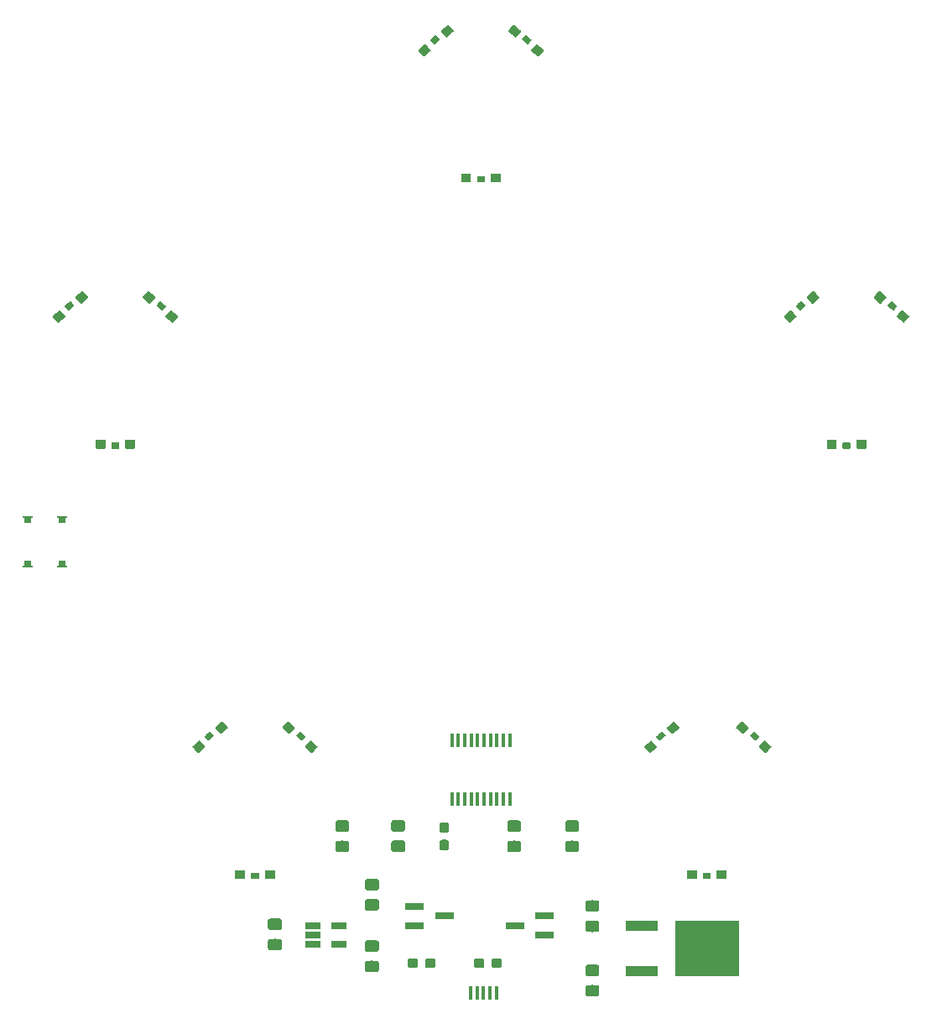
<source format=gbr>
G04 #@! TF.GenerationSoftware,KiCad,Pcbnew,5.1.2*
G04 #@! TF.CreationDate,2019-07-29T04:25:53-07:00*
G04 #@! TF.ProjectId,Star_Badge,53746172-5f42-4616-9467-652e6b696361,rev?*
G04 #@! TF.SameCoordinates,Original*
G04 #@! TF.FileFunction,Paste,Bot*
G04 #@! TF.FilePolarity,Positive*
%FSLAX46Y46*%
G04 Gerber Fmt 4.6, Leading zero omitted, Abs format (unit mm)*
G04 Created by KiCad (PCBNEW 5.1.2) date 2019-07-29 04:25:53*
%MOMM*%
%LPD*%
G04 APERTURE LIST*
%ADD10R,3.290799X1.126800*%
%ADD11R,6.400800X5.689600*%
%ADD12R,0.400000X1.350000*%
%ADD13R,0.700000X0.500000*%
%ADD14R,1.100000X0.200000*%
%ADD15R,0.450000X1.450000*%
%ADD16C,0.100000*%
%ADD17C,0.950000*%
%ADD18C,1.150000*%
%ADD19R,1.900000X0.800000*%
%ADD20C,0.600000*%
%ADD21C,0.900000*%
%ADD22R,1.560000X0.650000*%
G04 APERTURE END LIST*
D10*
X116246800Y-148714000D03*
D11*
X122800000Y-151000000D03*
D10*
X116246800Y-153286000D03*
D12*
X101550000Y-155500000D03*
X100900000Y-155500000D03*
X98950000Y-155500000D03*
X99600000Y-155500000D03*
X100250000Y-155500000D03*
D13*
X54250000Y-107875000D03*
X54250000Y-112125000D03*
X57750000Y-107875000D03*
X57750000Y-112125000D03*
D14*
X57750000Y-107525000D03*
X54250000Y-112475000D03*
X54250000Y-107525000D03*
X57750000Y-112475000D03*
D15*
X102925000Y-130050000D03*
X102275000Y-130050000D03*
X101625000Y-130050000D03*
X100975000Y-130050000D03*
X100325000Y-130050000D03*
X99675000Y-130050000D03*
X99025000Y-130050000D03*
X98375000Y-130050000D03*
X97725000Y-130050000D03*
X97075000Y-130050000D03*
X97075000Y-135950000D03*
X97725000Y-135950000D03*
X98375000Y-135950000D03*
X99025000Y-135950000D03*
X99675000Y-135950000D03*
X100325000Y-135950000D03*
X100975000Y-135950000D03*
X101625000Y-135950000D03*
X102275000Y-135950000D03*
X102925000Y-135950000D03*
D16*
G36*
X95185779Y-152026144D02*
G01*
X95208834Y-152029563D01*
X95231443Y-152035227D01*
X95253387Y-152043079D01*
X95274457Y-152053044D01*
X95294448Y-152065026D01*
X95313168Y-152078910D01*
X95330438Y-152094562D01*
X95346090Y-152111832D01*
X95359974Y-152130552D01*
X95371956Y-152150543D01*
X95381921Y-152171613D01*
X95389773Y-152193557D01*
X95395437Y-152216166D01*
X95398856Y-152239221D01*
X95400000Y-152262500D01*
X95400000Y-152737500D01*
X95398856Y-152760779D01*
X95395437Y-152783834D01*
X95389773Y-152806443D01*
X95381921Y-152828387D01*
X95371956Y-152849457D01*
X95359974Y-152869448D01*
X95346090Y-152888168D01*
X95330438Y-152905438D01*
X95313168Y-152921090D01*
X95294448Y-152934974D01*
X95274457Y-152946956D01*
X95253387Y-152956921D01*
X95231443Y-152964773D01*
X95208834Y-152970437D01*
X95185779Y-152973856D01*
X95162500Y-152975000D01*
X94587500Y-152975000D01*
X94564221Y-152973856D01*
X94541166Y-152970437D01*
X94518557Y-152964773D01*
X94496613Y-152956921D01*
X94475543Y-152946956D01*
X94455552Y-152934974D01*
X94436832Y-152921090D01*
X94419562Y-152905438D01*
X94403910Y-152888168D01*
X94390026Y-152869448D01*
X94378044Y-152849457D01*
X94368079Y-152828387D01*
X94360227Y-152806443D01*
X94354563Y-152783834D01*
X94351144Y-152760779D01*
X94350000Y-152737500D01*
X94350000Y-152262500D01*
X94351144Y-152239221D01*
X94354563Y-152216166D01*
X94360227Y-152193557D01*
X94368079Y-152171613D01*
X94378044Y-152150543D01*
X94390026Y-152130552D01*
X94403910Y-152111832D01*
X94419562Y-152094562D01*
X94436832Y-152078910D01*
X94455552Y-152065026D01*
X94475543Y-152053044D01*
X94496613Y-152043079D01*
X94518557Y-152035227D01*
X94541166Y-152029563D01*
X94564221Y-152026144D01*
X94587500Y-152025000D01*
X95162500Y-152025000D01*
X95185779Y-152026144D01*
X95185779Y-152026144D01*
G37*
D17*
X94875000Y-152500000D03*
D16*
G36*
X93435779Y-152026144D02*
G01*
X93458834Y-152029563D01*
X93481443Y-152035227D01*
X93503387Y-152043079D01*
X93524457Y-152053044D01*
X93544448Y-152065026D01*
X93563168Y-152078910D01*
X93580438Y-152094562D01*
X93596090Y-152111832D01*
X93609974Y-152130552D01*
X93621956Y-152150543D01*
X93631921Y-152171613D01*
X93639773Y-152193557D01*
X93645437Y-152216166D01*
X93648856Y-152239221D01*
X93650000Y-152262500D01*
X93650000Y-152737500D01*
X93648856Y-152760779D01*
X93645437Y-152783834D01*
X93639773Y-152806443D01*
X93631921Y-152828387D01*
X93621956Y-152849457D01*
X93609974Y-152869448D01*
X93596090Y-152888168D01*
X93580438Y-152905438D01*
X93563168Y-152921090D01*
X93544448Y-152934974D01*
X93524457Y-152946956D01*
X93503387Y-152956921D01*
X93481443Y-152964773D01*
X93458834Y-152970437D01*
X93435779Y-152973856D01*
X93412500Y-152975000D01*
X92837500Y-152975000D01*
X92814221Y-152973856D01*
X92791166Y-152970437D01*
X92768557Y-152964773D01*
X92746613Y-152956921D01*
X92725543Y-152946956D01*
X92705552Y-152934974D01*
X92686832Y-152921090D01*
X92669562Y-152905438D01*
X92653910Y-152888168D01*
X92640026Y-152869448D01*
X92628044Y-152849457D01*
X92618079Y-152828387D01*
X92610227Y-152806443D01*
X92604563Y-152783834D01*
X92601144Y-152760779D01*
X92600000Y-152737500D01*
X92600000Y-152262500D01*
X92601144Y-152239221D01*
X92604563Y-152216166D01*
X92610227Y-152193557D01*
X92618079Y-152171613D01*
X92628044Y-152150543D01*
X92640026Y-152130552D01*
X92653910Y-152111832D01*
X92669562Y-152094562D01*
X92686832Y-152078910D01*
X92705552Y-152065026D01*
X92725543Y-152053044D01*
X92746613Y-152043079D01*
X92768557Y-152035227D01*
X92791166Y-152029563D01*
X92814221Y-152026144D01*
X92837500Y-152025000D01*
X93412500Y-152025000D01*
X93435779Y-152026144D01*
X93435779Y-152026144D01*
G37*
D17*
X93125000Y-152500000D03*
D16*
G36*
X101885779Y-152026144D02*
G01*
X101908834Y-152029563D01*
X101931443Y-152035227D01*
X101953387Y-152043079D01*
X101974457Y-152053044D01*
X101994448Y-152065026D01*
X102013168Y-152078910D01*
X102030438Y-152094562D01*
X102046090Y-152111832D01*
X102059974Y-152130552D01*
X102071956Y-152150543D01*
X102081921Y-152171613D01*
X102089773Y-152193557D01*
X102095437Y-152216166D01*
X102098856Y-152239221D01*
X102100000Y-152262500D01*
X102100000Y-152737500D01*
X102098856Y-152760779D01*
X102095437Y-152783834D01*
X102089773Y-152806443D01*
X102081921Y-152828387D01*
X102071956Y-152849457D01*
X102059974Y-152869448D01*
X102046090Y-152888168D01*
X102030438Y-152905438D01*
X102013168Y-152921090D01*
X101994448Y-152934974D01*
X101974457Y-152946956D01*
X101953387Y-152956921D01*
X101931443Y-152964773D01*
X101908834Y-152970437D01*
X101885779Y-152973856D01*
X101862500Y-152975000D01*
X101287500Y-152975000D01*
X101264221Y-152973856D01*
X101241166Y-152970437D01*
X101218557Y-152964773D01*
X101196613Y-152956921D01*
X101175543Y-152946956D01*
X101155552Y-152934974D01*
X101136832Y-152921090D01*
X101119562Y-152905438D01*
X101103910Y-152888168D01*
X101090026Y-152869448D01*
X101078044Y-152849457D01*
X101068079Y-152828387D01*
X101060227Y-152806443D01*
X101054563Y-152783834D01*
X101051144Y-152760779D01*
X101050000Y-152737500D01*
X101050000Y-152262500D01*
X101051144Y-152239221D01*
X101054563Y-152216166D01*
X101060227Y-152193557D01*
X101068079Y-152171613D01*
X101078044Y-152150543D01*
X101090026Y-152130552D01*
X101103910Y-152111832D01*
X101119562Y-152094562D01*
X101136832Y-152078910D01*
X101155552Y-152065026D01*
X101175543Y-152053044D01*
X101196613Y-152043079D01*
X101218557Y-152035227D01*
X101241166Y-152029563D01*
X101264221Y-152026144D01*
X101287500Y-152025000D01*
X101862500Y-152025000D01*
X101885779Y-152026144D01*
X101885779Y-152026144D01*
G37*
D17*
X101575000Y-152500000D03*
D16*
G36*
X100135779Y-152026144D02*
G01*
X100158834Y-152029563D01*
X100181443Y-152035227D01*
X100203387Y-152043079D01*
X100224457Y-152053044D01*
X100244448Y-152065026D01*
X100263168Y-152078910D01*
X100280438Y-152094562D01*
X100296090Y-152111832D01*
X100309974Y-152130552D01*
X100321956Y-152150543D01*
X100331921Y-152171613D01*
X100339773Y-152193557D01*
X100345437Y-152216166D01*
X100348856Y-152239221D01*
X100350000Y-152262500D01*
X100350000Y-152737500D01*
X100348856Y-152760779D01*
X100345437Y-152783834D01*
X100339773Y-152806443D01*
X100331921Y-152828387D01*
X100321956Y-152849457D01*
X100309974Y-152869448D01*
X100296090Y-152888168D01*
X100280438Y-152905438D01*
X100263168Y-152921090D01*
X100244448Y-152934974D01*
X100224457Y-152946956D01*
X100203387Y-152956921D01*
X100181443Y-152964773D01*
X100158834Y-152970437D01*
X100135779Y-152973856D01*
X100112500Y-152975000D01*
X99537500Y-152975000D01*
X99514221Y-152973856D01*
X99491166Y-152970437D01*
X99468557Y-152964773D01*
X99446613Y-152956921D01*
X99425543Y-152946956D01*
X99405552Y-152934974D01*
X99386832Y-152921090D01*
X99369562Y-152905438D01*
X99353910Y-152888168D01*
X99340026Y-152869448D01*
X99328044Y-152849457D01*
X99318079Y-152828387D01*
X99310227Y-152806443D01*
X99304563Y-152783834D01*
X99301144Y-152760779D01*
X99300000Y-152737500D01*
X99300000Y-152262500D01*
X99301144Y-152239221D01*
X99304563Y-152216166D01*
X99310227Y-152193557D01*
X99318079Y-152171613D01*
X99328044Y-152150543D01*
X99340026Y-152130552D01*
X99353910Y-152111832D01*
X99369562Y-152094562D01*
X99386832Y-152078910D01*
X99405552Y-152065026D01*
X99425543Y-152053044D01*
X99446613Y-152043079D01*
X99468557Y-152035227D01*
X99491166Y-152029563D01*
X99514221Y-152026144D01*
X99537500Y-152025000D01*
X100112500Y-152025000D01*
X100135779Y-152026144D01*
X100135779Y-152026144D01*
G37*
D17*
X99825000Y-152500000D03*
D16*
G36*
X92124505Y-138076204D02*
G01*
X92148773Y-138079804D01*
X92172572Y-138085765D01*
X92195671Y-138094030D01*
X92217850Y-138104520D01*
X92238893Y-138117132D01*
X92258599Y-138131747D01*
X92276777Y-138148223D01*
X92293253Y-138166401D01*
X92307868Y-138186107D01*
X92320480Y-138207150D01*
X92330970Y-138229329D01*
X92339235Y-138252428D01*
X92345196Y-138276227D01*
X92348796Y-138300495D01*
X92350000Y-138324999D01*
X92350000Y-138975001D01*
X92348796Y-138999505D01*
X92345196Y-139023773D01*
X92339235Y-139047572D01*
X92330970Y-139070671D01*
X92320480Y-139092850D01*
X92307868Y-139113893D01*
X92293253Y-139133599D01*
X92276777Y-139151777D01*
X92258599Y-139168253D01*
X92238893Y-139182868D01*
X92217850Y-139195480D01*
X92195671Y-139205970D01*
X92172572Y-139214235D01*
X92148773Y-139220196D01*
X92124505Y-139223796D01*
X92100001Y-139225000D01*
X91199999Y-139225000D01*
X91175495Y-139223796D01*
X91151227Y-139220196D01*
X91127428Y-139214235D01*
X91104329Y-139205970D01*
X91082150Y-139195480D01*
X91061107Y-139182868D01*
X91041401Y-139168253D01*
X91023223Y-139151777D01*
X91006747Y-139133599D01*
X90992132Y-139113893D01*
X90979520Y-139092850D01*
X90969030Y-139070671D01*
X90960765Y-139047572D01*
X90954804Y-139023773D01*
X90951204Y-138999505D01*
X90950000Y-138975001D01*
X90950000Y-138324999D01*
X90951204Y-138300495D01*
X90954804Y-138276227D01*
X90960765Y-138252428D01*
X90969030Y-138229329D01*
X90979520Y-138207150D01*
X90992132Y-138186107D01*
X91006747Y-138166401D01*
X91023223Y-138148223D01*
X91041401Y-138131747D01*
X91061107Y-138117132D01*
X91082150Y-138104520D01*
X91104329Y-138094030D01*
X91127428Y-138085765D01*
X91151227Y-138079804D01*
X91175495Y-138076204D01*
X91199999Y-138075000D01*
X92100001Y-138075000D01*
X92124505Y-138076204D01*
X92124505Y-138076204D01*
G37*
D18*
X91650000Y-138650000D03*
D16*
G36*
X92124505Y-140126204D02*
G01*
X92148773Y-140129804D01*
X92172572Y-140135765D01*
X92195671Y-140144030D01*
X92217850Y-140154520D01*
X92238893Y-140167132D01*
X92258599Y-140181747D01*
X92276777Y-140198223D01*
X92293253Y-140216401D01*
X92307868Y-140236107D01*
X92320480Y-140257150D01*
X92330970Y-140279329D01*
X92339235Y-140302428D01*
X92345196Y-140326227D01*
X92348796Y-140350495D01*
X92350000Y-140374999D01*
X92350000Y-141025001D01*
X92348796Y-141049505D01*
X92345196Y-141073773D01*
X92339235Y-141097572D01*
X92330970Y-141120671D01*
X92320480Y-141142850D01*
X92307868Y-141163893D01*
X92293253Y-141183599D01*
X92276777Y-141201777D01*
X92258599Y-141218253D01*
X92238893Y-141232868D01*
X92217850Y-141245480D01*
X92195671Y-141255970D01*
X92172572Y-141264235D01*
X92148773Y-141270196D01*
X92124505Y-141273796D01*
X92100001Y-141275000D01*
X91199999Y-141275000D01*
X91175495Y-141273796D01*
X91151227Y-141270196D01*
X91127428Y-141264235D01*
X91104329Y-141255970D01*
X91082150Y-141245480D01*
X91061107Y-141232868D01*
X91041401Y-141218253D01*
X91023223Y-141201777D01*
X91006747Y-141183599D01*
X90992132Y-141163893D01*
X90979520Y-141142850D01*
X90969030Y-141120671D01*
X90960765Y-141097572D01*
X90954804Y-141073773D01*
X90951204Y-141049505D01*
X90950000Y-141025001D01*
X90950000Y-140374999D01*
X90951204Y-140350495D01*
X90954804Y-140326227D01*
X90960765Y-140302428D01*
X90969030Y-140279329D01*
X90979520Y-140257150D01*
X90992132Y-140236107D01*
X91006747Y-140216401D01*
X91023223Y-140198223D01*
X91041401Y-140181747D01*
X91061107Y-140167132D01*
X91082150Y-140154520D01*
X91104329Y-140144030D01*
X91127428Y-140135765D01*
X91151227Y-140129804D01*
X91175495Y-140126204D01*
X91199999Y-140125000D01*
X92100001Y-140125000D01*
X92124505Y-140126204D01*
X92124505Y-140126204D01*
G37*
D18*
X91650000Y-140700000D03*
D16*
G36*
X86474505Y-138101204D02*
G01*
X86498773Y-138104804D01*
X86522572Y-138110765D01*
X86545671Y-138119030D01*
X86567850Y-138129520D01*
X86588893Y-138142132D01*
X86608599Y-138156747D01*
X86626777Y-138173223D01*
X86643253Y-138191401D01*
X86657868Y-138211107D01*
X86670480Y-138232150D01*
X86680970Y-138254329D01*
X86689235Y-138277428D01*
X86695196Y-138301227D01*
X86698796Y-138325495D01*
X86700000Y-138349999D01*
X86700000Y-139000001D01*
X86698796Y-139024505D01*
X86695196Y-139048773D01*
X86689235Y-139072572D01*
X86680970Y-139095671D01*
X86670480Y-139117850D01*
X86657868Y-139138893D01*
X86643253Y-139158599D01*
X86626777Y-139176777D01*
X86608599Y-139193253D01*
X86588893Y-139207868D01*
X86567850Y-139220480D01*
X86545671Y-139230970D01*
X86522572Y-139239235D01*
X86498773Y-139245196D01*
X86474505Y-139248796D01*
X86450001Y-139250000D01*
X85549999Y-139250000D01*
X85525495Y-139248796D01*
X85501227Y-139245196D01*
X85477428Y-139239235D01*
X85454329Y-139230970D01*
X85432150Y-139220480D01*
X85411107Y-139207868D01*
X85391401Y-139193253D01*
X85373223Y-139176777D01*
X85356747Y-139158599D01*
X85342132Y-139138893D01*
X85329520Y-139117850D01*
X85319030Y-139095671D01*
X85310765Y-139072572D01*
X85304804Y-139048773D01*
X85301204Y-139024505D01*
X85300000Y-139000001D01*
X85300000Y-138349999D01*
X85301204Y-138325495D01*
X85304804Y-138301227D01*
X85310765Y-138277428D01*
X85319030Y-138254329D01*
X85329520Y-138232150D01*
X85342132Y-138211107D01*
X85356747Y-138191401D01*
X85373223Y-138173223D01*
X85391401Y-138156747D01*
X85411107Y-138142132D01*
X85432150Y-138129520D01*
X85454329Y-138119030D01*
X85477428Y-138110765D01*
X85501227Y-138104804D01*
X85525495Y-138101204D01*
X85549999Y-138100000D01*
X86450001Y-138100000D01*
X86474505Y-138101204D01*
X86474505Y-138101204D01*
G37*
D18*
X86000000Y-138675000D03*
D16*
G36*
X86474505Y-140151204D02*
G01*
X86498773Y-140154804D01*
X86522572Y-140160765D01*
X86545671Y-140169030D01*
X86567850Y-140179520D01*
X86588893Y-140192132D01*
X86608599Y-140206747D01*
X86626777Y-140223223D01*
X86643253Y-140241401D01*
X86657868Y-140261107D01*
X86670480Y-140282150D01*
X86680970Y-140304329D01*
X86689235Y-140327428D01*
X86695196Y-140351227D01*
X86698796Y-140375495D01*
X86700000Y-140399999D01*
X86700000Y-141050001D01*
X86698796Y-141074505D01*
X86695196Y-141098773D01*
X86689235Y-141122572D01*
X86680970Y-141145671D01*
X86670480Y-141167850D01*
X86657868Y-141188893D01*
X86643253Y-141208599D01*
X86626777Y-141226777D01*
X86608599Y-141243253D01*
X86588893Y-141257868D01*
X86567850Y-141270480D01*
X86545671Y-141280970D01*
X86522572Y-141289235D01*
X86498773Y-141295196D01*
X86474505Y-141298796D01*
X86450001Y-141300000D01*
X85549999Y-141300000D01*
X85525495Y-141298796D01*
X85501227Y-141295196D01*
X85477428Y-141289235D01*
X85454329Y-141280970D01*
X85432150Y-141270480D01*
X85411107Y-141257868D01*
X85391401Y-141243253D01*
X85373223Y-141226777D01*
X85356747Y-141208599D01*
X85342132Y-141188893D01*
X85329520Y-141167850D01*
X85319030Y-141145671D01*
X85310765Y-141122572D01*
X85304804Y-141098773D01*
X85301204Y-141074505D01*
X85300000Y-141050001D01*
X85300000Y-140399999D01*
X85301204Y-140375495D01*
X85304804Y-140351227D01*
X85310765Y-140327428D01*
X85319030Y-140304329D01*
X85329520Y-140282150D01*
X85342132Y-140261107D01*
X85356747Y-140241401D01*
X85373223Y-140223223D01*
X85391401Y-140206747D01*
X85411107Y-140192132D01*
X85432150Y-140179520D01*
X85454329Y-140169030D01*
X85477428Y-140160765D01*
X85501227Y-140154804D01*
X85525495Y-140151204D01*
X85549999Y-140150000D01*
X86450001Y-140150000D01*
X86474505Y-140151204D01*
X86474505Y-140151204D01*
G37*
D18*
X86000000Y-140725000D03*
D16*
G36*
X103824505Y-138101204D02*
G01*
X103848773Y-138104804D01*
X103872572Y-138110765D01*
X103895671Y-138119030D01*
X103917850Y-138129520D01*
X103938893Y-138142132D01*
X103958599Y-138156747D01*
X103976777Y-138173223D01*
X103993253Y-138191401D01*
X104007868Y-138211107D01*
X104020480Y-138232150D01*
X104030970Y-138254329D01*
X104039235Y-138277428D01*
X104045196Y-138301227D01*
X104048796Y-138325495D01*
X104050000Y-138349999D01*
X104050000Y-139000001D01*
X104048796Y-139024505D01*
X104045196Y-139048773D01*
X104039235Y-139072572D01*
X104030970Y-139095671D01*
X104020480Y-139117850D01*
X104007868Y-139138893D01*
X103993253Y-139158599D01*
X103976777Y-139176777D01*
X103958599Y-139193253D01*
X103938893Y-139207868D01*
X103917850Y-139220480D01*
X103895671Y-139230970D01*
X103872572Y-139239235D01*
X103848773Y-139245196D01*
X103824505Y-139248796D01*
X103800001Y-139250000D01*
X102899999Y-139250000D01*
X102875495Y-139248796D01*
X102851227Y-139245196D01*
X102827428Y-139239235D01*
X102804329Y-139230970D01*
X102782150Y-139220480D01*
X102761107Y-139207868D01*
X102741401Y-139193253D01*
X102723223Y-139176777D01*
X102706747Y-139158599D01*
X102692132Y-139138893D01*
X102679520Y-139117850D01*
X102669030Y-139095671D01*
X102660765Y-139072572D01*
X102654804Y-139048773D01*
X102651204Y-139024505D01*
X102650000Y-139000001D01*
X102650000Y-138349999D01*
X102651204Y-138325495D01*
X102654804Y-138301227D01*
X102660765Y-138277428D01*
X102669030Y-138254329D01*
X102679520Y-138232150D01*
X102692132Y-138211107D01*
X102706747Y-138191401D01*
X102723223Y-138173223D01*
X102741401Y-138156747D01*
X102761107Y-138142132D01*
X102782150Y-138129520D01*
X102804329Y-138119030D01*
X102827428Y-138110765D01*
X102851227Y-138104804D01*
X102875495Y-138101204D01*
X102899999Y-138100000D01*
X103800001Y-138100000D01*
X103824505Y-138101204D01*
X103824505Y-138101204D01*
G37*
D18*
X103350000Y-138675000D03*
D16*
G36*
X103824505Y-140151204D02*
G01*
X103848773Y-140154804D01*
X103872572Y-140160765D01*
X103895671Y-140169030D01*
X103917850Y-140179520D01*
X103938893Y-140192132D01*
X103958599Y-140206747D01*
X103976777Y-140223223D01*
X103993253Y-140241401D01*
X104007868Y-140261107D01*
X104020480Y-140282150D01*
X104030970Y-140304329D01*
X104039235Y-140327428D01*
X104045196Y-140351227D01*
X104048796Y-140375495D01*
X104050000Y-140399999D01*
X104050000Y-141050001D01*
X104048796Y-141074505D01*
X104045196Y-141098773D01*
X104039235Y-141122572D01*
X104030970Y-141145671D01*
X104020480Y-141167850D01*
X104007868Y-141188893D01*
X103993253Y-141208599D01*
X103976777Y-141226777D01*
X103958599Y-141243253D01*
X103938893Y-141257868D01*
X103917850Y-141270480D01*
X103895671Y-141280970D01*
X103872572Y-141289235D01*
X103848773Y-141295196D01*
X103824505Y-141298796D01*
X103800001Y-141300000D01*
X102899999Y-141300000D01*
X102875495Y-141298796D01*
X102851227Y-141295196D01*
X102827428Y-141289235D01*
X102804329Y-141280970D01*
X102782150Y-141270480D01*
X102761107Y-141257868D01*
X102741401Y-141243253D01*
X102723223Y-141226777D01*
X102706747Y-141208599D01*
X102692132Y-141188893D01*
X102679520Y-141167850D01*
X102669030Y-141145671D01*
X102660765Y-141122572D01*
X102654804Y-141098773D01*
X102651204Y-141074505D01*
X102650000Y-141050001D01*
X102650000Y-140399999D01*
X102651204Y-140375495D01*
X102654804Y-140351227D01*
X102660765Y-140327428D01*
X102669030Y-140304329D01*
X102679520Y-140282150D01*
X102692132Y-140261107D01*
X102706747Y-140241401D01*
X102723223Y-140223223D01*
X102741401Y-140206747D01*
X102761107Y-140192132D01*
X102782150Y-140179520D01*
X102804329Y-140169030D01*
X102827428Y-140160765D01*
X102851227Y-140154804D01*
X102875495Y-140151204D01*
X102899999Y-140150000D01*
X103800001Y-140150000D01*
X103824505Y-140151204D01*
X103824505Y-140151204D01*
G37*
D18*
X103350000Y-140725000D03*
D16*
G36*
X109674505Y-138101204D02*
G01*
X109698773Y-138104804D01*
X109722572Y-138110765D01*
X109745671Y-138119030D01*
X109767850Y-138129520D01*
X109788893Y-138142132D01*
X109808599Y-138156747D01*
X109826777Y-138173223D01*
X109843253Y-138191401D01*
X109857868Y-138211107D01*
X109870480Y-138232150D01*
X109880970Y-138254329D01*
X109889235Y-138277428D01*
X109895196Y-138301227D01*
X109898796Y-138325495D01*
X109900000Y-138349999D01*
X109900000Y-139000001D01*
X109898796Y-139024505D01*
X109895196Y-139048773D01*
X109889235Y-139072572D01*
X109880970Y-139095671D01*
X109870480Y-139117850D01*
X109857868Y-139138893D01*
X109843253Y-139158599D01*
X109826777Y-139176777D01*
X109808599Y-139193253D01*
X109788893Y-139207868D01*
X109767850Y-139220480D01*
X109745671Y-139230970D01*
X109722572Y-139239235D01*
X109698773Y-139245196D01*
X109674505Y-139248796D01*
X109650001Y-139250000D01*
X108749999Y-139250000D01*
X108725495Y-139248796D01*
X108701227Y-139245196D01*
X108677428Y-139239235D01*
X108654329Y-139230970D01*
X108632150Y-139220480D01*
X108611107Y-139207868D01*
X108591401Y-139193253D01*
X108573223Y-139176777D01*
X108556747Y-139158599D01*
X108542132Y-139138893D01*
X108529520Y-139117850D01*
X108519030Y-139095671D01*
X108510765Y-139072572D01*
X108504804Y-139048773D01*
X108501204Y-139024505D01*
X108500000Y-139000001D01*
X108500000Y-138349999D01*
X108501204Y-138325495D01*
X108504804Y-138301227D01*
X108510765Y-138277428D01*
X108519030Y-138254329D01*
X108529520Y-138232150D01*
X108542132Y-138211107D01*
X108556747Y-138191401D01*
X108573223Y-138173223D01*
X108591401Y-138156747D01*
X108611107Y-138142132D01*
X108632150Y-138129520D01*
X108654329Y-138119030D01*
X108677428Y-138110765D01*
X108701227Y-138104804D01*
X108725495Y-138101204D01*
X108749999Y-138100000D01*
X109650001Y-138100000D01*
X109674505Y-138101204D01*
X109674505Y-138101204D01*
G37*
D18*
X109200000Y-138675000D03*
D16*
G36*
X109674505Y-140151204D02*
G01*
X109698773Y-140154804D01*
X109722572Y-140160765D01*
X109745671Y-140169030D01*
X109767850Y-140179520D01*
X109788893Y-140192132D01*
X109808599Y-140206747D01*
X109826777Y-140223223D01*
X109843253Y-140241401D01*
X109857868Y-140261107D01*
X109870480Y-140282150D01*
X109880970Y-140304329D01*
X109889235Y-140327428D01*
X109895196Y-140351227D01*
X109898796Y-140375495D01*
X109900000Y-140399999D01*
X109900000Y-141050001D01*
X109898796Y-141074505D01*
X109895196Y-141098773D01*
X109889235Y-141122572D01*
X109880970Y-141145671D01*
X109870480Y-141167850D01*
X109857868Y-141188893D01*
X109843253Y-141208599D01*
X109826777Y-141226777D01*
X109808599Y-141243253D01*
X109788893Y-141257868D01*
X109767850Y-141270480D01*
X109745671Y-141280970D01*
X109722572Y-141289235D01*
X109698773Y-141295196D01*
X109674505Y-141298796D01*
X109650001Y-141300000D01*
X108749999Y-141300000D01*
X108725495Y-141298796D01*
X108701227Y-141295196D01*
X108677428Y-141289235D01*
X108654329Y-141280970D01*
X108632150Y-141270480D01*
X108611107Y-141257868D01*
X108591401Y-141243253D01*
X108573223Y-141226777D01*
X108556747Y-141208599D01*
X108542132Y-141188893D01*
X108529520Y-141167850D01*
X108519030Y-141145671D01*
X108510765Y-141122572D01*
X108504804Y-141098773D01*
X108501204Y-141074505D01*
X108500000Y-141050001D01*
X108500000Y-140399999D01*
X108501204Y-140375495D01*
X108504804Y-140351227D01*
X108510765Y-140327428D01*
X108519030Y-140304329D01*
X108529520Y-140282150D01*
X108542132Y-140261107D01*
X108556747Y-140241401D01*
X108573223Y-140223223D01*
X108591401Y-140206747D01*
X108611107Y-140192132D01*
X108632150Y-140179520D01*
X108654329Y-140169030D01*
X108677428Y-140160765D01*
X108701227Y-140154804D01*
X108725495Y-140151204D01*
X108749999Y-140150000D01*
X109650001Y-140150000D01*
X109674505Y-140151204D01*
X109674505Y-140151204D01*
G37*
D18*
X109200000Y-140725000D03*
D16*
G36*
X96560779Y-140051144D02*
G01*
X96583834Y-140054563D01*
X96606443Y-140060227D01*
X96628387Y-140068079D01*
X96649457Y-140078044D01*
X96669448Y-140090026D01*
X96688168Y-140103910D01*
X96705438Y-140119562D01*
X96721090Y-140136832D01*
X96734974Y-140155552D01*
X96746956Y-140175543D01*
X96756921Y-140196613D01*
X96764773Y-140218557D01*
X96770437Y-140241166D01*
X96773856Y-140264221D01*
X96775000Y-140287500D01*
X96775000Y-140862500D01*
X96773856Y-140885779D01*
X96770437Y-140908834D01*
X96764773Y-140931443D01*
X96756921Y-140953387D01*
X96746956Y-140974457D01*
X96734974Y-140994448D01*
X96721090Y-141013168D01*
X96705438Y-141030438D01*
X96688168Y-141046090D01*
X96669448Y-141059974D01*
X96649457Y-141071956D01*
X96628387Y-141081921D01*
X96606443Y-141089773D01*
X96583834Y-141095437D01*
X96560779Y-141098856D01*
X96537500Y-141100000D01*
X96062500Y-141100000D01*
X96039221Y-141098856D01*
X96016166Y-141095437D01*
X95993557Y-141089773D01*
X95971613Y-141081921D01*
X95950543Y-141071956D01*
X95930552Y-141059974D01*
X95911832Y-141046090D01*
X95894562Y-141030438D01*
X95878910Y-141013168D01*
X95865026Y-140994448D01*
X95853044Y-140974457D01*
X95843079Y-140953387D01*
X95835227Y-140931443D01*
X95829563Y-140908834D01*
X95826144Y-140885779D01*
X95825000Y-140862500D01*
X95825000Y-140287500D01*
X95826144Y-140264221D01*
X95829563Y-140241166D01*
X95835227Y-140218557D01*
X95843079Y-140196613D01*
X95853044Y-140175543D01*
X95865026Y-140155552D01*
X95878910Y-140136832D01*
X95894562Y-140119562D01*
X95911832Y-140103910D01*
X95930552Y-140090026D01*
X95950543Y-140078044D01*
X95971613Y-140068079D01*
X95993557Y-140060227D01*
X96016166Y-140054563D01*
X96039221Y-140051144D01*
X96062500Y-140050000D01*
X96537500Y-140050000D01*
X96560779Y-140051144D01*
X96560779Y-140051144D01*
G37*
D17*
X96300000Y-140575000D03*
D16*
G36*
X96560779Y-138301144D02*
G01*
X96583834Y-138304563D01*
X96606443Y-138310227D01*
X96628387Y-138318079D01*
X96649457Y-138328044D01*
X96669448Y-138340026D01*
X96688168Y-138353910D01*
X96705438Y-138369562D01*
X96721090Y-138386832D01*
X96734974Y-138405552D01*
X96746956Y-138425543D01*
X96756921Y-138446613D01*
X96764773Y-138468557D01*
X96770437Y-138491166D01*
X96773856Y-138514221D01*
X96775000Y-138537500D01*
X96775000Y-139112500D01*
X96773856Y-139135779D01*
X96770437Y-139158834D01*
X96764773Y-139181443D01*
X96756921Y-139203387D01*
X96746956Y-139224457D01*
X96734974Y-139244448D01*
X96721090Y-139263168D01*
X96705438Y-139280438D01*
X96688168Y-139296090D01*
X96669448Y-139309974D01*
X96649457Y-139321956D01*
X96628387Y-139331921D01*
X96606443Y-139339773D01*
X96583834Y-139345437D01*
X96560779Y-139348856D01*
X96537500Y-139350000D01*
X96062500Y-139350000D01*
X96039221Y-139348856D01*
X96016166Y-139345437D01*
X95993557Y-139339773D01*
X95971613Y-139331921D01*
X95950543Y-139321956D01*
X95930552Y-139309974D01*
X95911832Y-139296090D01*
X95894562Y-139280438D01*
X95878910Y-139263168D01*
X95865026Y-139244448D01*
X95853044Y-139224457D01*
X95843079Y-139203387D01*
X95835227Y-139181443D01*
X95829563Y-139158834D01*
X95826144Y-139135779D01*
X95825000Y-139112500D01*
X95825000Y-138537500D01*
X95826144Y-138514221D01*
X95829563Y-138491166D01*
X95835227Y-138468557D01*
X95843079Y-138446613D01*
X95853044Y-138425543D01*
X95865026Y-138405552D01*
X95878910Y-138386832D01*
X95894562Y-138369562D01*
X95911832Y-138353910D01*
X95930552Y-138340026D01*
X95950543Y-138328044D01*
X95971613Y-138318079D01*
X95993557Y-138310227D01*
X96016166Y-138304563D01*
X96039221Y-138301144D01*
X96062500Y-138300000D01*
X96537500Y-138300000D01*
X96560779Y-138301144D01*
X96560779Y-138301144D01*
G37*
D17*
X96300000Y-138825000D03*
D19*
X96300000Y-147750000D03*
X93300000Y-146800000D03*
X93300000Y-148700000D03*
X103450000Y-148700000D03*
X106450000Y-149650000D03*
X106450000Y-147750000D03*
D16*
G36*
X79674505Y-150051204D02*
G01*
X79698773Y-150054804D01*
X79722572Y-150060765D01*
X79745671Y-150069030D01*
X79767850Y-150079520D01*
X79788893Y-150092132D01*
X79808599Y-150106747D01*
X79826777Y-150123223D01*
X79843253Y-150141401D01*
X79857868Y-150161107D01*
X79870480Y-150182150D01*
X79880970Y-150204329D01*
X79889235Y-150227428D01*
X79895196Y-150251227D01*
X79898796Y-150275495D01*
X79900000Y-150299999D01*
X79900000Y-150950001D01*
X79898796Y-150974505D01*
X79895196Y-150998773D01*
X79889235Y-151022572D01*
X79880970Y-151045671D01*
X79870480Y-151067850D01*
X79857868Y-151088893D01*
X79843253Y-151108599D01*
X79826777Y-151126777D01*
X79808599Y-151143253D01*
X79788893Y-151157868D01*
X79767850Y-151170480D01*
X79745671Y-151180970D01*
X79722572Y-151189235D01*
X79698773Y-151195196D01*
X79674505Y-151198796D01*
X79650001Y-151200000D01*
X78749999Y-151200000D01*
X78725495Y-151198796D01*
X78701227Y-151195196D01*
X78677428Y-151189235D01*
X78654329Y-151180970D01*
X78632150Y-151170480D01*
X78611107Y-151157868D01*
X78591401Y-151143253D01*
X78573223Y-151126777D01*
X78556747Y-151108599D01*
X78542132Y-151088893D01*
X78529520Y-151067850D01*
X78519030Y-151045671D01*
X78510765Y-151022572D01*
X78504804Y-150998773D01*
X78501204Y-150974505D01*
X78500000Y-150950001D01*
X78500000Y-150299999D01*
X78501204Y-150275495D01*
X78504804Y-150251227D01*
X78510765Y-150227428D01*
X78519030Y-150204329D01*
X78529520Y-150182150D01*
X78542132Y-150161107D01*
X78556747Y-150141401D01*
X78573223Y-150123223D01*
X78591401Y-150106747D01*
X78611107Y-150092132D01*
X78632150Y-150079520D01*
X78654329Y-150069030D01*
X78677428Y-150060765D01*
X78701227Y-150054804D01*
X78725495Y-150051204D01*
X78749999Y-150050000D01*
X79650001Y-150050000D01*
X79674505Y-150051204D01*
X79674505Y-150051204D01*
G37*
D18*
X79200000Y-150625000D03*
D16*
G36*
X79674505Y-148001204D02*
G01*
X79698773Y-148004804D01*
X79722572Y-148010765D01*
X79745671Y-148019030D01*
X79767850Y-148029520D01*
X79788893Y-148042132D01*
X79808599Y-148056747D01*
X79826777Y-148073223D01*
X79843253Y-148091401D01*
X79857868Y-148111107D01*
X79870480Y-148132150D01*
X79880970Y-148154329D01*
X79889235Y-148177428D01*
X79895196Y-148201227D01*
X79898796Y-148225495D01*
X79900000Y-148249999D01*
X79900000Y-148900001D01*
X79898796Y-148924505D01*
X79895196Y-148948773D01*
X79889235Y-148972572D01*
X79880970Y-148995671D01*
X79870480Y-149017850D01*
X79857868Y-149038893D01*
X79843253Y-149058599D01*
X79826777Y-149076777D01*
X79808599Y-149093253D01*
X79788893Y-149107868D01*
X79767850Y-149120480D01*
X79745671Y-149130970D01*
X79722572Y-149139235D01*
X79698773Y-149145196D01*
X79674505Y-149148796D01*
X79650001Y-149150000D01*
X78749999Y-149150000D01*
X78725495Y-149148796D01*
X78701227Y-149145196D01*
X78677428Y-149139235D01*
X78654329Y-149130970D01*
X78632150Y-149120480D01*
X78611107Y-149107868D01*
X78591401Y-149093253D01*
X78573223Y-149076777D01*
X78556747Y-149058599D01*
X78542132Y-149038893D01*
X78529520Y-149017850D01*
X78519030Y-148995671D01*
X78510765Y-148972572D01*
X78504804Y-148948773D01*
X78501204Y-148924505D01*
X78500000Y-148900001D01*
X78500000Y-148249999D01*
X78501204Y-148225495D01*
X78504804Y-148201227D01*
X78510765Y-148177428D01*
X78519030Y-148154329D01*
X78529520Y-148132150D01*
X78542132Y-148111107D01*
X78556747Y-148091401D01*
X78573223Y-148073223D01*
X78591401Y-148056747D01*
X78611107Y-148042132D01*
X78632150Y-148029520D01*
X78654329Y-148019030D01*
X78677428Y-148010765D01*
X78701227Y-148004804D01*
X78725495Y-148001204D01*
X78749999Y-148000000D01*
X79650001Y-148000000D01*
X79674505Y-148001204D01*
X79674505Y-148001204D01*
G37*
D18*
X79200000Y-148575000D03*
D16*
G36*
X137245881Y-100000289D02*
G01*
X137251705Y-100001153D01*
X137257417Y-100002584D01*
X137262961Y-100004567D01*
X137268284Y-100007085D01*
X137273334Y-100010112D01*
X137278064Y-100013619D01*
X137282426Y-100017574D01*
X137286381Y-100021936D01*
X137289888Y-100026666D01*
X137292915Y-100031716D01*
X137295433Y-100037039D01*
X137297416Y-100042583D01*
X137298847Y-100048295D01*
X137299711Y-100054119D01*
X137300000Y-100060000D01*
X137300000Y-100540000D01*
X137299711Y-100545881D01*
X137298847Y-100551705D01*
X137297416Y-100557417D01*
X137295433Y-100562961D01*
X137292915Y-100568284D01*
X137289888Y-100573334D01*
X137286381Y-100578064D01*
X137282426Y-100582426D01*
X137278064Y-100586381D01*
X137273334Y-100589888D01*
X137268284Y-100592915D01*
X137262961Y-100595433D01*
X137257417Y-100597416D01*
X137251705Y-100598847D01*
X137245881Y-100599711D01*
X137240000Y-100600000D01*
X136560000Y-100600000D01*
X136554119Y-100599711D01*
X136548295Y-100598847D01*
X136542583Y-100597416D01*
X136537039Y-100595433D01*
X136531716Y-100592915D01*
X136526666Y-100589888D01*
X136521936Y-100586381D01*
X136517574Y-100582426D01*
X136513619Y-100578064D01*
X136510112Y-100573334D01*
X136507085Y-100568284D01*
X136504567Y-100562961D01*
X136502584Y-100557417D01*
X136501153Y-100551705D01*
X136500289Y-100545881D01*
X136500000Y-100540000D01*
X136500000Y-100060000D01*
X136500289Y-100054119D01*
X136501153Y-100048295D01*
X136502584Y-100042583D01*
X136504567Y-100037039D01*
X136507085Y-100031716D01*
X136510112Y-100026666D01*
X136513619Y-100021936D01*
X136517574Y-100017574D01*
X136521936Y-100013619D01*
X136526666Y-100010112D01*
X136531716Y-100007085D01*
X136537039Y-100004567D01*
X136542583Y-100002584D01*
X136548295Y-100001153D01*
X136554119Y-100000289D01*
X136560000Y-100000000D01*
X137240000Y-100000000D01*
X137245881Y-100000289D01*
X137245881Y-100000289D01*
G37*
D20*
X136900000Y-100300000D03*
D16*
G36*
X135818822Y-99700433D02*
G01*
X135827558Y-99701729D01*
X135836126Y-99703875D01*
X135844442Y-99706851D01*
X135852426Y-99710627D01*
X135860001Y-99715168D01*
X135867095Y-99720429D01*
X135873640Y-99726360D01*
X135879571Y-99732905D01*
X135884832Y-99739999D01*
X135889373Y-99747574D01*
X135893149Y-99755558D01*
X135896125Y-99763874D01*
X135898271Y-99772442D01*
X135899567Y-99781178D01*
X135900000Y-99790000D01*
X135900000Y-100510000D01*
X135899567Y-100518822D01*
X135898271Y-100527558D01*
X135896125Y-100536126D01*
X135893149Y-100544442D01*
X135889373Y-100552426D01*
X135884832Y-100560001D01*
X135879571Y-100567095D01*
X135873640Y-100573640D01*
X135867095Y-100579571D01*
X135860001Y-100584832D01*
X135852426Y-100589373D01*
X135844442Y-100593149D01*
X135836126Y-100596125D01*
X135827558Y-100598271D01*
X135818822Y-100599567D01*
X135810000Y-100600000D01*
X134990000Y-100600000D01*
X134981178Y-100599567D01*
X134972442Y-100598271D01*
X134963874Y-100596125D01*
X134955558Y-100593149D01*
X134947574Y-100589373D01*
X134939999Y-100584832D01*
X134932905Y-100579571D01*
X134926360Y-100573640D01*
X134920429Y-100567095D01*
X134915168Y-100560001D01*
X134910627Y-100552426D01*
X134906851Y-100544442D01*
X134903875Y-100536126D01*
X134901729Y-100527558D01*
X134900433Y-100518822D01*
X134900000Y-100510000D01*
X134900000Y-99790000D01*
X134900433Y-99781178D01*
X134901729Y-99772442D01*
X134903875Y-99763874D01*
X134906851Y-99755558D01*
X134910627Y-99747574D01*
X134915168Y-99739999D01*
X134920429Y-99732905D01*
X134926360Y-99726360D01*
X134932905Y-99720429D01*
X134939999Y-99715168D01*
X134947574Y-99710627D01*
X134955558Y-99706851D01*
X134963874Y-99703875D01*
X134972442Y-99701729D01*
X134981178Y-99700433D01*
X134990000Y-99700000D01*
X135810000Y-99700000D01*
X135818822Y-99700433D01*
X135818822Y-99700433D01*
G37*
D21*
X135400000Y-100150000D03*
D16*
G36*
X138818822Y-99700433D02*
G01*
X138827558Y-99701729D01*
X138836126Y-99703875D01*
X138844442Y-99706851D01*
X138852426Y-99710627D01*
X138860001Y-99715168D01*
X138867095Y-99720429D01*
X138873640Y-99726360D01*
X138879571Y-99732905D01*
X138884832Y-99739999D01*
X138889373Y-99747574D01*
X138893149Y-99755558D01*
X138896125Y-99763874D01*
X138898271Y-99772442D01*
X138899567Y-99781178D01*
X138900000Y-99790000D01*
X138900000Y-100510000D01*
X138899567Y-100518822D01*
X138898271Y-100527558D01*
X138896125Y-100536126D01*
X138893149Y-100544442D01*
X138889373Y-100552426D01*
X138884832Y-100560001D01*
X138879571Y-100567095D01*
X138873640Y-100573640D01*
X138867095Y-100579571D01*
X138860001Y-100584832D01*
X138852426Y-100589373D01*
X138844442Y-100593149D01*
X138836126Y-100596125D01*
X138827558Y-100598271D01*
X138818822Y-100599567D01*
X138810000Y-100600000D01*
X137990000Y-100600000D01*
X137981178Y-100599567D01*
X137972442Y-100598271D01*
X137963874Y-100596125D01*
X137955558Y-100593149D01*
X137947574Y-100589373D01*
X137939999Y-100584832D01*
X137932905Y-100579571D01*
X137926360Y-100573640D01*
X137920429Y-100567095D01*
X137915168Y-100560001D01*
X137910627Y-100552426D01*
X137906851Y-100544442D01*
X137903875Y-100536126D01*
X137901729Y-100527558D01*
X137900433Y-100518822D01*
X137900000Y-100510000D01*
X137900000Y-99790000D01*
X137900433Y-99781178D01*
X137901729Y-99772442D01*
X137903875Y-99763874D01*
X137906851Y-99755558D01*
X137910627Y-99747574D01*
X137915168Y-99739999D01*
X137920429Y-99732905D01*
X137926360Y-99726360D01*
X137932905Y-99720429D01*
X137939999Y-99715168D01*
X137947574Y-99710627D01*
X137955558Y-99706851D01*
X137963874Y-99703875D01*
X137972442Y-99701729D01*
X137981178Y-99700433D01*
X137990000Y-99700000D01*
X138810000Y-99700000D01*
X138818822Y-99700433D01*
X138818822Y-99700433D01*
G37*
D21*
X138400000Y-100150000D03*
D16*
G36*
X132382857Y-85734621D02*
G01*
X132388691Y-85735422D01*
X132394418Y-85736790D01*
X132399983Y-85738713D01*
X132405333Y-85741172D01*
X132410416Y-85744144D01*
X132415183Y-85747600D01*
X132419589Y-85751506D01*
X132423591Y-85755826D01*
X132732129Y-86123527D01*
X132735688Y-86128218D01*
X132738770Y-86133235D01*
X132741345Y-86138530D01*
X132743389Y-86144052D01*
X132744882Y-86149747D01*
X132745809Y-86155562D01*
X132746162Y-86161439D01*
X132745938Y-86167323D01*
X132745137Y-86173157D01*
X132743769Y-86178884D01*
X132741846Y-86184449D01*
X132739387Y-86189799D01*
X132736415Y-86194882D01*
X132732959Y-86199649D01*
X132729053Y-86204055D01*
X132724733Y-86208057D01*
X132203823Y-86645152D01*
X132199132Y-86648711D01*
X132194115Y-86651793D01*
X132188820Y-86654368D01*
X132183298Y-86656412D01*
X132177603Y-86657905D01*
X132171788Y-86658832D01*
X132165910Y-86659185D01*
X132160027Y-86658961D01*
X132154193Y-86658160D01*
X132148466Y-86656792D01*
X132142901Y-86654869D01*
X132137551Y-86652410D01*
X132132468Y-86649438D01*
X132127701Y-86645982D01*
X132123295Y-86642076D01*
X132119293Y-86637756D01*
X131810755Y-86270055D01*
X131807196Y-86265364D01*
X131804114Y-86260347D01*
X131801539Y-86255052D01*
X131799495Y-86249530D01*
X131798002Y-86243835D01*
X131797075Y-86238020D01*
X131796722Y-86232143D01*
X131796946Y-86226259D01*
X131797747Y-86220425D01*
X131799115Y-86214698D01*
X131801038Y-86209133D01*
X131803497Y-86203783D01*
X131806469Y-86198700D01*
X131809925Y-86193933D01*
X131813831Y-86189527D01*
X131818151Y-86185525D01*
X132339061Y-85748430D01*
X132343752Y-85744871D01*
X132348769Y-85741789D01*
X132354064Y-85739214D01*
X132359586Y-85737170D01*
X132365281Y-85735677D01*
X132371096Y-85734750D01*
X132376974Y-85734397D01*
X132382857Y-85734621D01*
X132382857Y-85734621D01*
G37*
D20*
X132271442Y-86196791D03*
D16*
G36*
X133607446Y-84718539D02*
G01*
X133616196Y-84719740D01*
X133624787Y-84721793D01*
X133633134Y-84724677D01*
X133641159Y-84728366D01*
X133648784Y-84732824D01*
X133655935Y-84738007D01*
X133662544Y-84743867D01*
X133668546Y-84750346D01*
X134131353Y-85301898D01*
X134136691Y-85308934D01*
X134141314Y-85316460D01*
X134145178Y-85324403D01*
X134148244Y-85332685D01*
X134150483Y-85341229D01*
X134151874Y-85349951D01*
X134152404Y-85358767D01*
X134152067Y-85367593D01*
X134150866Y-85376343D01*
X134148813Y-85384934D01*
X134145929Y-85393281D01*
X134142240Y-85401306D01*
X134137782Y-85408931D01*
X134132599Y-85416082D01*
X134126739Y-85422691D01*
X134120260Y-85428693D01*
X133492103Y-85955779D01*
X133485067Y-85961117D01*
X133477541Y-85965740D01*
X133469598Y-85969604D01*
X133461315Y-85972670D01*
X133452772Y-85974909D01*
X133444050Y-85976300D01*
X133435234Y-85976830D01*
X133426408Y-85976493D01*
X133417658Y-85975292D01*
X133409067Y-85973239D01*
X133400720Y-85970355D01*
X133392695Y-85966666D01*
X133385070Y-85962208D01*
X133377919Y-85957025D01*
X133371310Y-85951165D01*
X133365308Y-85944686D01*
X132902501Y-85393134D01*
X132897163Y-85386098D01*
X132892540Y-85378572D01*
X132888676Y-85370629D01*
X132885610Y-85362347D01*
X132883371Y-85353803D01*
X132881980Y-85345081D01*
X132881450Y-85336265D01*
X132881787Y-85327439D01*
X132882988Y-85318689D01*
X132885041Y-85310098D01*
X132887925Y-85301751D01*
X132891614Y-85293726D01*
X132896072Y-85286101D01*
X132901255Y-85278950D01*
X132907115Y-85272341D01*
X132913594Y-85266339D01*
X133541751Y-84739253D01*
X133548787Y-84733915D01*
X133556313Y-84729292D01*
X133564256Y-84725428D01*
X133572539Y-84722362D01*
X133581082Y-84720123D01*
X133589804Y-84718732D01*
X133598620Y-84718202D01*
X133607446Y-84718539D01*
X133607446Y-84718539D01*
G37*
D21*
X133516927Y-85347516D03*
D16*
G36*
X131309313Y-86646902D02*
G01*
X131318063Y-86648103D01*
X131326654Y-86650156D01*
X131335001Y-86653040D01*
X131343026Y-86656729D01*
X131350651Y-86661187D01*
X131357802Y-86666370D01*
X131364411Y-86672230D01*
X131370413Y-86678709D01*
X131833220Y-87230261D01*
X131838558Y-87237297D01*
X131843181Y-87244823D01*
X131847045Y-87252766D01*
X131850111Y-87261048D01*
X131852350Y-87269592D01*
X131853741Y-87278314D01*
X131854271Y-87287130D01*
X131853934Y-87295956D01*
X131852733Y-87304706D01*
X131850680Y-87313297D01*
X131847796Y-87321644D01*
X131844107Y-87329669D01*
X131839649Y-87337294D01*
X131834466Y-87344445D01*
X131828606Y-87351054D01*
X131822127Y-87357056D01*
X131193970Y-87884142D01*
X131186934Y-87889480D01*
X131179408Y-87894103D01*
X131171465Y-87897967D01*
X131163182Y-87901033D01*
X131154639Y-87903272D01*
X131145917Y-87904663D01*
X131137101Y-87905193D01*
X131128275Y-87904856D01*
X131119525Y-87903655D01*
X131110934Y-87901602D01*
X131102587Y-87898718D01*
X131094562Y-87895029D01*
X131086937Y-87890571D01*
X131079786Y-87885388D01*
X131073177Y-87879528D01*
X131067175Y-87873049D01*
X130604368Y-87321497D01*
X130599030Y-87314461D01*
X130594407Y-87306935D01*
X130590543Y-87298992D01*
X130587477Y-87290710D01*
X130585238Y-87282166D01*
X130583847Y-87273444D01*
X130583317Y-87264628D01*
X130583654Y-87255802D01*
X130584855Y-87247052D01*
X130586908Y-87238461D01*
X130589792Y-87230114D01*
X130593481Y-87222089D01*
X130597939Y-87214464D01*
X130603122Y-87207313D01*
X130608982Y-87200704D01*
X130615461Y-87194702D01*
X131243618Y-86667616D01*
X131250654Y-86662278D01*
X131258180Y-86657655D01*
X131266123Y-86653791D01*
X131274406Y-86650725D01*
X131282949Y-86648486D01*
X131291671Y-86647095D01*
X131300487Y-86646565D01*
X131309313Y-86646902D01*
X131309313Y-86646902D01*
G37*
D21*
X131218794Y-87275879D03*
D16*
G36*
X141428904Y-85734750D02*
G01*
X141434719Y-85735677D01*
X141440414Y-85737170D01*
X141445936Y-85739214D01*
X141451231Y-85741789D01*
X141456248Y-85744871D01*
X141460939Y-85748430D01*
X141981849Y-86185525D01*
X141986169Y-86189527D01*
X141990075Y-86193933D01*
X141993531Y-86198700D01*
X141996503Y-86203783D01*
X141998962Y-86209133D01*
X142000885Y-86214698D01*
X142002253Y-86220425D01*
X142003054Y-86226259D01*
X142003278Y-86232142D01*
X142002925Y-86238020D01*
X142001998Y-86243835D01*
X142000505Y-86249530D01*
X141998461Y-86255052D01*
X141995886Y-86260347D01*
X141992804Y-86265364D01*
X141989245Y-86270055D01*
X141680707Y-86637756D01*
X141676705Y-86642076D01*
X141672299Y-86645982D01*
X141667532Y-86649438D01*
X141662449Y-86652410D01*
X141657099Y-86654869D01*
X141651534Y-86656792D01*
X141645807Y-86658160D01*
X141639973Y-86658961D01*
X141634089Y-86659185D01*
X141628212Y-86658832D01*
X141622397Y-86657905D01*
X141616702Y-86656412D01*
X141611180Y-86654368D01*
X141605885Y-86651793D01*
X141600868Y-86648711D01*
X141596177Y-86645152D01*
X141075267Y-86208057D01*
X141070947Y-86204055D01*
X141067041Y-86199649D01*
X141063585Y-86194882D01*
X141060613Y-86189799D01*
X141058154Y-86184449D01*
X141056231Y-86178884D01*
X141054863Y-86173157D01*
X141054062Y-86167323D01*
X141053838Y-86161440D01*
X141054191Y-86155562D01*
X141055118Y-86149747D01*
X141056611Y-86144052D01*
X141058655Y-86138530D01*
X141061230Y-86133235D01*
X141064312Y-86128218D01*
X141067871Y-86123527D01*
X141376409Y-85755826D01*
X141380411Y-85751506D01*
X141384817Y-85747600D01*
X141389584Y-85744144D01*
X141394667Y-85741172D01*
X141400017Y-85738713D01*
X141405582Y-85736790D01*
X141411309Y-85735422D01*
X141417143Y-85734621D01*
X141423027Y-85734397D01*
X141428904Y-85734750D01*
X141428904Y-85734750D01*
G37*
D20*
X141528558Y-86196791D03*
D16*
G36*
X142508329Y-86647095D02*
G01*
X142517051Y-86648486D01*
X142525595Y-86650725D01*
X142533877Y-86653791D01*
X142541820Y-86657655D01*
X142549346Y-86662278D01*
X142556382Y-86667616D01*
X143184539Y-87194702D01*
X143191018Y-87200704D01*
X143196878Y-87207313D01*
X143202061Y-87214464D01*
X143206519Y-87222089D01*
X143210208Y-87230114D01*
X143213092Y-87238461D01*
X143215145Y-87247052D01*
X143216346Y-87255802D01*
X143216683Y-87264628D01*
X143216153Y-87273444D01*
X143214762Y-87282166D01*
X143212523Y-87290709D01*
X143209457Y-87298992D01*
X143205593Y-87306935D01*
X143200970Y-87314461D01*
X143195632Y-87321497D01*
X142732825Y-87873049D01*
X142726823Y-87879528D01*
X142720214Y-87885388D01*
X142713063Y-87890571D01*
X142705438Y-87895029D01*
X142697413Y-87898718D01*
X142689066Y-87901602D01*
X142680475Y-87903655D01*
X142671725Y-87904856D01*
X142662899Y-87905193D01*
X142654083Y-87904663D01*
X142645361Y-87903272D01*
X142636817Y-87901033D01*
X142628535Y-87897967D01*
X142620592Y-87894103D01*
X142613066Y-87889480D01*
X142606030Y-87884142D01*
X141977873Y-87357056D01*
X141971394Y-87351054D01*
X141965534Y-87344445D01*
X141960351Y-87337294D01*
X141955893Y-87329669D01*
X141952204Y-87321644D01*
X141949320Y-87313297D01*
X141947267Y-87304706D01*
X141946066Y-87295956D01*
X141945729Y-87287130D01*
X141946259Y-87278314D01*
X141947650Y-87269592D01*
X141949889Y-87261049D01*
X141952955Y-87252766D01*
X141956819Y-87244823D01*
X141961442Y-87237297D01*
X141966780Y-87230261D01*
X142429587Y-86678709D01*
X142435589Y-86672230D01*
X142442198Y-86666370D01*
X142449349Y-86661187D01*
X142456974Y-86656729D01*
X142464999Y-86653040D01*
X142473346Y-86650156D01*
X142481937Y-86648103D01*
X142490687Y-86646902D01*
X142499513Y-86646565D01*
X142508329Y-86647095D01*
X142508329Y-86647095D01*
G37*
D21*
X142581206Y-87275879D03*
D16*
G36*
X140210196Y-84718732D02*
G01*
X140218918Y-84720123D01*
X140227462Y-84722362D01*
X140235744Y-84725428D01*
X140243687Y-84729292D01*
X140251213Y-84733915D01*
X140258249Y-84739253D01*
X140886406Y-85266339D01*
X140892885Y-85272341D01*
X140898745Y-85278950D01*
X140903928Y-85286101D01*
X140908386Y-85293726D01*
X140912075Y-85301751D01*
X140914959Y-85310098D01*
X140917012Y-85318689D01*
X140918213Y-85327439D01*
X140918550Y-85336265D01*
X140918020Y-85345081D01*
X140916629Y-85353803D01*
X140914390Y-85362346D01*
X140911324Y-85370629D01*
X140907460Y-85378572D01*
X140902837Y-85386098D01*
X140897499Y-85393134D01*
X140434692Y-85944686D01*
X140428690Y-85951165D01*
X140422081Y-85957025D01*
X140414930Y-85962208D01*
X140407305Y-85966666D01*
X140399280Y-85970355D01*
X140390933Y-85973239D01*
X140382342Y-85975292D01*
X140373592Y-85976493D01*
X140364766Y-85976830D01*
X140355950Y-85976300D01*
X140347228Y-85974909D01*
X140338684Y-85972670D01*
X140330402Y-85969604D01*
X140322459Y-85965740D01*
X140314933Y-85961117D01*
X140307897Y-85955779D01*
X139679740Y-85428693D01*
X139673261Y-85422691D01*
X139667401Y-85416082D01*
X139662218Y-85408931D01*
X139657760Y-85401306D01*
X139654071Y-85393281D01*
X139651187Y-85384934D01*
X139649134Y-85376343D01*
X139647933Y-85367593D01*
X139647596Y-85358767D01*
X139648126Y-85349951D01*
X139649517Y-85341229D01*
X139651756Y-85332686D01*
X139654822Y-85324403D01*
X139658686Y-85316460D01*
X139663309Y-85308934D01*
X139668647Y-85301898D01*
X140131454Y-84750346D01*
X140137456Y-84743867D01*
X140144065Y-84738007D01*
X140151216Y-84732824D01*
X140158841Y-84728366D01*
X140166866Y-84724677D01*
X140175213Y-84721793D01*
X140183804Y-84719740D01*
X140192554Y-84718539D01*
X140201380Y-84718202D01*
X140210196Y-84718732D01*
X140210196Y-84718732D01*
G37*
D21*
X140283073Y-85347516D03*
D16*
G36*
X123145881Y-143400289D02*
G01*
X123151705Y-143401153D01*
X123157417Y-143402584D01*
X123162961Y-143404567D01*
X123168284Y-143407085D01*
X123173334Y-143410112D01*
X123178064Y-143413619D01*
X123182426Y-143417574D01*
X123186381Y-143421936D01*
X123189888Y-143426666D01*
X123192915Y-143431716D01*
X123195433Y-143437039D01*
X123197416Y-143442583D01*
X123198847Y-143448295D01*
X123199711Y-143454119D01*
X123200000Y-143460000D01*
X123200000Y-143940000D01*
X123199711Y-143945881D01*
X123198847Y-143951705D01*
X123197416Y-143957417D01*
X123195433Y-143962961D01*
X123192915Y-143968284D01*
X123189888Y-143973334D01*
X123186381Y-143978064D01*
X123182426Y-143982426D01*
X123178064Y-143986381D01*
X123173334Y-143989888D01*
X123168284Y-143992915D01*
X123162961Y-143995433D01*
X123157417Y-143997416D01*
X123151705Y-143998847D01*
X123145881Y-143999711D01*
X123140000Y-144000000D01*
X122460000Y-144000000D01*
X122454119Y-143999711D01*
X122448295Y-143998847D01*
X122442583Y-143997416D01*
X122437039Y-143995433D01*
X122431716Y-143992915D01*
X122426666Y-143989888D01*
X122421936Y-143986381D01*
X122417574Y-143982426D01*
X122413619Y-143978064D01*
X122410112Y-143973334D01*
X122407085Y-143968284D01*
X122404567Y-143962961D01*
X122402584Y-143957417D01*
X122401153Y-143951705D01*
X122400289Y-143945881D01*
X122400000Y-143940000D01*
X122400000Y-143460000D01*
X122400289Y-143454119D01*
X122401153Y-143448295D01*
X122402584Y-143442583D01*
X122404567Y-143437039D01*
X122407085Y-143431716D01*
X122410112Y-143426666D01*
X122413619Y-143421936D01*
X122417574Y-143417574D01*
X122421936Y-143413619D01*
X122426666Y-143410112D01*
X122431716Y-143407085D01*
X122437039Y-143404567D01*
X122442583Y-143402584D01*
X122448295Y-143401153D01*
X122454119Y-143400289D01*
X122460000Y-143400000D01*
X123140000Y-143400000D01*
X123145881Y-143400289D01*
X123145881Y-143400289D01*
G37*
D20*
X122800000Y-143700000D03*
D16*
G36*
X121718822Y-143100433D02*
G01*
X121727558Y-143101729D01*
X121736126Y-143103875D01*
X121744442Y-143106851D01*
X121752426Y-143110627D01*
X121760001Y-143115168D01*
X121767095Y-143120429D01*
X121773640Y-143126360D01*
X121779571Y-143132905D01*
X121784832Y-143139999D01*
X121789373Y-143147574D01*
X121793149Y-143155558D01*
X121796125Y-143163874D01*
X121798271Y-143172442D01*
X121799567Y-143181178D01*
X121800000Y-143190000D01*
X121800000Y-143910000D01*
X121799567Y-143918822D01*
X121798271Y-143927558D01*
X121796125Y-143936126D01*
X121793149Y-143944442D01*
X121789373Y-143952426D01*
X121784832Y-143960001D01*
X121779571Y-143967095D01*
X121773640Y-143973640D01*
X121767095Y-143979571D01*
X121760001Y-143984832D01*
X121752426Y-143989373D01*
X121744442Y-143993149D01*
X121736126Y-143996125D01*
X121727558Y-143998271D01*
X121718822Y-143999567D01*
X121710000Y-144000000D01*
X120890000Y-144000000D01*
X120881178Y-143999567D01*
X120872442Y-143998271D01*
X120863874Y-143996125D01*
X120855558Y-143993149D01*
X120847574Y-143989373D01*
X120839999Y-143984832D01*
X120832905Y-143979571D01*
X120826360Y-143973640D01*
X120820429Y-143967095D01*
X120815168Y-143960001D01*
X120810627Y-143952426D01*
X120806851Y-143944442D01*
X120803875Y-143936126D01*
X120801729Y-143927558D01*
X120800433Y-143918822D01*
X120800000Y-143910000D01*
X120800000Y-143190000D01*
X120800433Y-143181178D01*
X120801729Y-143172442D01*
X120803875Y-143163874D01*
X120806851Y-143155558D01*
X120810627Y-143147574D01*
X120815168Y-143139999D01*
X120820429Y-143132905D01*
X120826360Y-143126360D01*
X120832905Y-143120429D01*
X120839999Y-143115168D01*
X120847574Y-143110627D01*
X120855558Y-143106851D01*
X120863874Y-143103875D01*
X120872442Y-143101729D01*
X120881178Y-143100433D01*
X120890000Y-143100000D01*
X121710000Y-143100000D01*
X121718822Y-143100433D01*
X121718822Y-143100433D01*
G37*
D21*
X121300000Y-143550000D03*
D16*
G36*
X124718822Y-143100433D02*
G01*
X124727558Y-143101729D01*
X124736126Y-143103875D01*
X124744442Y-143106851D01*
X124752426Y-143110627D01*
X124760001Y-143115168D01*
X124767095Y-143120429D01*
X124773640Y-143126360D01*
X124779571Y-143132905D01*
X124784832Y-143139999D01*
X124789373Y-143147574D01*
X124793149Y-143155558D01*
X124796125Y-143163874D01*
X124798271Y-143172442D01*
X124799567Y-143181178D01*
X124800000Y-143190000D01*
X124800000Y-143910000D01*
X124799567Y-143918822D01*
X124798271Y-143927558D01*
X124796125Y-143936126D01*
X124793149Y-143944442D01*
X124789373Y-143952426D01*
X124784832Y-143960001D01*
X124779571Y-143967095D01*
X124773640Y-143973640D01*
X124767095Y-143979571D01*
X124760001Y-143984832D01*
X124752426Y-143989373D01*
X124744442Y-143993149D01*
X124736126Y-143996125D01*
X124727558Y-143998271D01*
X124718822Y-143999567D01*
X124710000Y-144000000D01*
X123890000Y-144000000D01*
X123881178Y-143999567D01*
X123872442Y-143998271D01*
X123863874Y-143996125D01*
X123855558Y-143993149D01*
X123847574Y-143989373D01*
X123839999Y-143984832D01*
X123832905Y-143979571D01*
X123826360Y-143973640D01*
X123820429Y-143967095D01*
X123815168Y-143960001D01*
X123810627Y-143952426D01*
X123806851Y-143944442D01*
X123803875Y-143936126D01*
X123801729Y-143927558D01*
X123800433Y-143918822D01*
X123800000Y-143910000D01*
X123800000Y-143190000D01*
X123800433Y-143181178D01*
X123801729Y-143172442D01*
X123803875Y-143163874D01*
X123806851Y-143155558D01*
X123810627Y-143147574D01*
X123815168Y-143139999D01*
X123820429Y-143132905D01*
X123826360Y-143126360D01*
X123832905Y-143120429D01*
X123839999Y-143115168D01*
X123847574Y-143110627D01*
X123855558Y-143106851D01*
X123863874Y-143103875D01*
X123872442Y-143101729D01*
X123881178Y-143100433D01*
X123890000Y-143100000D01*
X124710000Y-143100000D01*
X124718822Y-143100433D01*
X124718822Y-143100433D01*
G37*
D21*
X124300000Y-143550000D03*
D16*
G36*
X117209313Y-130046902D02*
G01*
X117218063Y-130048103D01*
X117226654Y-130050156D01*
X117235001Y-130053040D01*
X117243026Y-130056729D01*
X117250651Y-130061187D01*
X117257802Y-130066370D01*
X117264411Y-130072230D01*
X117270413Y-130078709D01*
X117733220Y-130630261D01*
X117738558Y-130637297D01*
X117743181Y-130644823D01*
X117747045Y-130652766D01*
X117750111Y-130661048D01*
X117752350Y-130669592D01*
X117753741Y-130678314D01*
X117754271Y-130687130D01*
X117753934Y-130695956D01*
X117752733Y-130704706D01*
X117750680Y-130713297D01*
X117747796Y-130721644D01*
X117744107Y-130729669D01*
X117739649Y-130737294D01*
X117734466Y-130744445D01*
X117728606Y-130751054D01*
X117722127Y-130757056D01*
X117093970Y-131284142D01*
X117086934Y-131289480D01*
X117079408Y-131294103D01*
X117071465Y-131297967D01*
X117063182Y-131301033D01*
X117054639Y-131303272D01*
X117045917Y-131304663D01*
X117037101Y-131305193D01*
X117028275Y-131304856D01*
X117019525Y-131303655D01*
X117010934Y-131301602D01*
X117002587Y-131298718D01*
X116994562Y-131295029D01*
X116986937Y-131290571D01*
X116979786Y-131285388D01*
X116973177Y-131279528D01*
X116967175Y-131273049D01*
X116504368Y-130721497D01*
X116499030Y-130714461D01*
X116494407Y-130706935D01*
X116490543Y-130698992D01*
X116487477Y-130690710D01*
X116485238Y-130682166D01*
X116483847Y-130673444D01*
X116483317Y-130664628D01*
X116483654Y-130655802D01*
X116484855Y-130647052D01*
X116486908Y-130638461D01*
X116489792Y-130630114D01*
X116493481Y-130622089D01*
X116497939Y-130614464D01*
X116503122Y-130607313D01*
X116508982Y-130600704D01*
X116515461Y-130594702D01*
X117143618Y-130067616D01*
X117150654Y-130062278D01*
X117158180Y-130057655D01*
X117166123Y-130053791D01*
X117174406Y-130050725D01*
X117182949Y-130048486D01*
X117191671Y-130047095D01*
X117200487Y-130046565D01*
X117209313Y-130046902D01*
X117209313Y-130046902D01*
G37*
D21*
X117118794Y-130675879D03*
D16*
G36*
X119507446Y-128118539D02*
G01*
X119516196Y-128119740D01*
X119524787Y-128121793D01*
X119533134Y-128124677D01*
X119541159Y-128128366D01*
X119548784Y-128132824D01*
X119555935Y-128138007D01*
X119562544Y-128143867D01*
X119568546Y-128150346D01*
X120031353Y-128701898D01*
X120036691Y-128708934D01*
X120041314Y-128716460D01*
X120045178Y-128724403D01*
X120048244Y-128732685D01*
X120050483Y-128741229D01*
X120051874Y-128749951D01*
X120052404Y-128758767D01*
X120052067Y-128767593D01*
X120050866Y-128776343D01*
X120048813Y-128784934D01*
X120045929Y-128793281D01*
X120042240Y-128801306D01*
X120037782Y-128808931D01*
X120032599Y-128816082D01*
X120026739Y-128822691D01*
X120020260Y-128828693D01*
X119392103Y-129355779D01*
X119385067Y-129361117D01*
X119377541Y-129365740D01*
X119369598Y-129369604D01*
X119361315Y-129372670D01*
X119352772Y-129374909D01*
X119344050Y-129376300D01*
X119335234Y-129376830D01*
X119326408Y-129376493D01*
X119317658Y-129375292D01*
X119309067Y-129373239D01*
X119300720Y-129370355D01*
X119292695Y-129366666D01*
X119285070Y-129362208D01*
X119277919Y-129357025D01*
X119271310Y-129351165D01*
X119265308Y-129344686D01*
X118802501Y-128793134D01*
X118797163Y-128786098D01*
X118792540Y-128778572D01*
X118788676Y-128770629D01*
X118785610Y-128762347D01*
X118783371Y-128753803D01*
X118781980Y-128745081D01*
X118781450Y-128736265D01*
X118781787Y-128727439D01*
X118782988Y-128718689D01*
X118785041Y-128710098D01*
X118787925Y-128701751D01*
X118791614Y-128693726D01*
X118796072Y-128686101D01*
X118801255Y-128678950D01*
X118807115Y-128672341D01*
X118813594Y-128666339D01*
X119441751Y-128139253D01*
X119448787Y-128133915D01*
X119456313Y-128129292D01*
X119464256Y-128125428D01*
X119472539Y-128122362D01*
X119481082Y-128120123D01*
X119489804Y-128118732D01*
X119498620Y-128118202D01*
X119507446Y-128118539D01*
X119507446Y-128118539D01*
G37*
D21*
X119416927Y-128747516D03*
D16*
G36*
X118282857Y-129134621D02*
G01*
X118288691Y-129135422D01*
X118294418Y-129136790D01*
X118299983Y-129138713D01*
X118305333Y-129141172D01*
X118310416Y-129144144D01*
X118315183Y-129147600D01*
X118319589Y-129151506D01*
X118323591Y-129155826D01*
X118632129Y-129523527D01*
X118635688Y-129528218D01*
X118638770Y-129533235D01*
X118641345Y-129538530D01*
X118643389Y-129544052D01*
X118644882Y-129549747D01*
X118645809Y-129555562D01*
X118646162Y-129561439D01*
X118645938Y-129567323D01*
X118645137Y-129573157D01*
X118643769Y-129578884D01*
X118641846Y-129584449D01*
X118639387Y-129589799D01*
X118636415Y-129594882D01*
X118632959Y-129599649D01*
X118629053Y-129604055D01*
X118624733Y-129608057D01*
X118103823Y-130045152D01*
X118099132Y-130048711D01*
X118094115Y-130051793D01*
X118088820Y-130054368D01*
X118083298Y-130056412D01*
X118077603Y-130057905D01*
X118071788Y-130058832D01*
X118065910Y-130059185D01*
X118060027Y-130058961D01*
X118054193Y-130058160D01*
X118048466Y-130056792D01*
X118042901Y-130054869D01*
X118037551Y-130052410D01*
X118032468Y-130049438D01*
X118027701Y-130045982D01*
X118023295Y-130042076D01*
X118019293Y-130037756D01*
X117710755Y-129670055D01*
X117707196Y-129665364D01*
X117704114Y-129660347D01*
X117701539Y-129655052D01*
X117699495Y-129649530D01*
X117698002Y-129643835D01*
X117697075Y-129638020D01*
X117696722Y-129632143D01*
X117696946Y-129626259D01*
X117697747Y-129620425D01*
X117699115Y-129614698D01*
X117701038Y-129609133D01*
X117703497Y-129603783D01*
X117706469Y-129598700D01*
X117709925Y-129593933D01*
X117713831Y-129589527D01*
X117718151Y-129585525D01*
X118239061Y-129148430D01*
X118243752Y-129144871D01*
X118248769Y-129141789D01*
X118254064Y-129139214D01*
X118259586Y-129137170D01*
X118265281Y-129135677D01*
X118271096Y-129134750D01*
X118276974Y-129134397D01*
X118282857Y-129134621D01*
X118282857Y-129134621D01*
G37*
D20*
X118171442Y-129596791D03*
D16*
G36*
X127528904Y-129134750D02*
G01*
X127534719Y-129135677D01*
X127540414Y-129137170D01*
X127545936Y-129139214D01*
X127551231Y-129141789D01*
X127556248Y-129144871D01*
X127560939Y-129148430D01*
X128081849Y-129585525D01*
X128086169Y-129589527D01*
X128090075Y-129593933D01*
X128093531Y-129598700D01*
X128096503Y-129603783D01*
X128098962Y-129609133D01*
X128100885Y-129614698D01*
X128102253Y-129620425D01*
X128103054Y-129626259D01*
X128103278Y-129632142D01*
X128102925Y-129638020D01*
X128101998Y-129643835D01*
X128100505Y-129649530D01*
X128098461Y-129655052D01*
X128095886Y-129660347D01*
X128092804Y-129665364D01*
X128089245Y-129670055D01*
X127780707Y-130037756D01*
X127776705Y-130042076D01*
X127772299Y-130045982D01*
X127767532Y-130049438D01*
X127762449Y-130052410D01*
X127757099Y-130054869D01*
X127751534Y-130056792D01*
X127745807Y-130058160D01*
X127739973Y-130058961D01*
X127734089Y-130059185D01*
X127728212Y-130058832D01*
X127722397Y-130057905D01*
X127716702Y-130056412D01*
X127711180Y-130054368D01*
X127705885Y-130051793D01*
X127700868Y-130048711D01*
X127696177Y-130045152D01*
X127175267Y-129608057D01*
X127170947Y-129604055D01*
X127167041Y-129599649D01*
X127163585Y-129594882D01*
X127160613Y-129589799D01*
X127158154Y-129584449D01*
X127156231Y-129578884D01*
X127154863Y-129573157D01*
X127154062Y-129567323D01*
X127153838Y-129561440D01*
X127154191Y-129555562D01*
X127155118Y-129549747D01*
X127156611Y-129544052D01*
X127158655Y-129538530D01*
X127161230Y-129533235D01*
X127164312Y-129528218D01*
X127167871Y-129523527D01*
X127476409Y-129155826D01*
X127480411Y-129151506D01*
X127484817Y-129147600D01*
X127489584Y-129144144D01*
X127494667Y-129141172D01*
X127500017Y-129138713D01*
X127505582Y-129136790D01*
X127511309Y-129135422D01*
X127517143Y-129134621D01*
X127523027Y-129134397D01*
X127528904Y-129134750D01*
X127528904Y-129134750D01*
G37*
D20*
X127628558Y-129596791D03*
D16*
G36*
X128608329Y-130047095D02*
G01*
X128617051Y-130048486D01*
X128625595Y-130050725D01*
X128633877Y-130053791D01*
X128641820Y-130057655D01*
X128649346Y-130062278D01*
X128656382Y-130067616D01*
X129284539Y-130594702D01*
X129291018Y-130600704D01*
X129296878Y-130607313D01*
X129302061Y-130614464D01*
X129306519Y-130622089D01*
X129310208Y-130630114D01*
X129313092Y-130638461D01*
X129315145Y-130647052D01*
X129316346Y-130655802D01*
X129316683Y-130664628D01*
X129316153Y-130673444D01*
X129314762Y-130682166D01*
X129312523Y-130690709D01*
X129309457Y-130698992D01*
X129305593Y-130706935D01*
X129300970Y-130714461D01*
X129295632Y-130721497D01*
X128832825Y-131273049D01*
X128826823Y-131279528D01*
X128820214Y-131285388D01*
X128813063Y-131290571D01*
X128805438Y-131295029D01*
X128797413Y-131298718D01*
X128789066Y-131301602D01*
X128780475Y-131303655D01*
X128771725Y-131304856D01*
X128762899Y-131305193D01*
X128754083Y-131304663D01*
X128745361Y-131303272D01*
X128736817Y-131301033D01*
X128728535Y-131297967D01*
X128720592Y-131294103D01*
X128713066Y-131289480D01*
X128706030Y-131284142D01*
X128077873Y-130757056D01*
X128071394Y-130751054D01*
X128065534Y-130744445D01*
X128060351Y-130737294D01*
X128055893Y-130729669D01*
X128052204Y-130721644D01*
X128049320Y-130713297D01*
X128047267Y-130704706D01*
X128046066Y-130695956D01*
X128045729Y-130687130D01*
X128046259Y-130678314D01*
X128047650Y-130669592D01*
X128049889Y-130661049D01*
X128052955Y-130652766D01*
X128056819Y-130644823D01*
X128061442Y-130637297D01*
X128066780Y-130630261D01*
X128529587Y-130078709D01*
X128535589Y-130072230D01*
X128542198Y-130066370D01*
X128549349Y-130061187D01*
X128556974Y-130056729D01*
X128564999Y-130053040D01*
X128573346Y-130050156D01*
X128581937Y-130048103D01*
X128590687Y-130046902D01*
X128599513Y-130046565D01*
X128608329Y-130047095D01*
X128608329Y-130047095D01*
G37*
D21*
X128681206Y-130675879D03*
D16*
G36*
X126310196Y-128118732D02*
G01*
X126318918Y-128120123D01*
X126327462Y-128122362D01*
X126335744Y-128125428D01*
X126343687Y-128129292D01*
X126351213Y-128133915D01*
X126358249Y-128139253D01*
X126986406Y-128666339D01*
X126992885Y-128672341D01*
X126998745Y-128678950D01*
X127003928Y-128686101D01*
X127008386Y-128693726D01*
X127012075Y-128701751D01*
X127014959Y-128710098D01*
X127017012Y-128718689D01*
X127018213Y-128727439D01*
X127018550Y-128736265D01*
X127018020Y-128745081D01*
X127016629Y-128753803D01*
X127014390Y-128762346D01*
X127011324Y-128770629D01*
X127007460Y-128778572D01*
X127002837Y-128786098D01*
X126997499Y-128793134D01*
X126534692Y-129344686D01*
X126528690Y-129351165D01*
X126522081Y-129357025D01*
X126514930Y-129362208D01*
X126507305Y-129366666D01*
X126499280Y-129370355D01*
X126490933Y-129373239D01*
X126482342Y-129375292D01*
X126473592Y-129376493D01*
X126464766Y-129376830D01*
X126455950Y-129376300D01*
X126447228Y-129374909D01*
X126438684Y-129372670D01*
X126430402Y-129369604D01*
X126422459Y-129365740D01*
X126414933Y-129361117D01*
X126407897Y-129355779D01*
X125779740Y-128828693D01*
X125773261Y-128822691D01*
X125767401Y-128816082D01*
X125762218Y-128808931D01*
X125757760Y-128801306D01*
X125754071Y-128793281D01*
X125751187Y-128784934D01*
X125749134Y-128776343D01*
X125747933Y-128767593D01*
X125747596Y-128758767D01*
X125748126Y-128749951D01*
X125749517Y-128741229D01*
X125751756Y-128732686D01*
X125754822Y-128724403D01*
X125758686Y-128716460D01*
X125763309Y-128708934D01*
X125768647Y-128701898D01*
X126231454Y-128150346D01*
X126237456Y-128143867D01*
X126244065Y-128138007D01*
X126251216Y-128132824D01*
X126258841Y-128128366D01*
X126266866Y-128124677D01*
X126275213Y-128121793D01*
X126283804Y-128119740D01*
X126292554Y-128118539D01*
X126301380Y-128118202D01*
X126310196Y-128118732D01*
X126310196Y-128118732D01*
G37*
D21*
X126383073Y-128747516D03*
D16*
G36*
X77545881Y-143400289D02*
G01*
X77551705Y-143401153D01*
X77557417Y-143402584D01*
X77562961Y-143404567D01*
X77568284Y-143407085D01*
X77573334Y-143410112D01*
X77578064Y-143413619D01*
X77582426Y-143417574D01*
X77586381Y-143421936D01*
X77589888Y-143426666D01*
X77592915Y-143431716D01*
X77595433Y-143437039D01*
X77597416Y-143442583D01*
X77598847Y-143448295D01*
X77599711Y-143454119D01*
X77600000Y-143460000D01*
X77600000Y-143940000D01*
X77599711Y-143945881D01*
X77598847Y-143951705D01*
X77597416Y-143957417D01*
X77595433Y-143962961D01*
X77592915Y-143968284D01*
X77589888Y-143973334D01*
X77586381Y-143978064D01*
X77582426Y-143982426D01*
X77578064Y-143986381D01*
X77573334Y-143989888D01*
X77568284Y-143992915D01*
X77562961Y-143995433D01*
X77557417Y-143997416D01*
X77551705Y-143998847D01*
X77545881Y-143999711D01*
X77540000Y-144000000D01*
X76860000Y-144000000D01*
X76854119Y-143999711D01*
X76848295Y-143998847D01*
X76842583Y-143997416D01*
X76837039Y-143995433D01*
X76831716Y-143992915D01*
X76826666Y-143989888D01*
X76821936Y-143986381D01*
X76817574Y-143982426D01*
X76813619Y-143978064D01*
X76810112Y-143973334D01*
X76807085Y-143968284D01*
X76804567Y-143962961D01*
X76802584Y-143957417D01*
X76801153Y-143951705D01*
X76800289Y-143945881D01*
X76800000Y-143940000D01*
X76800000Y-143460000D01*
X76800289Y-143454119D01*
X76801153Y-143448295D01*
X76802584Y-143442583D01*
X76804567Y-143437039D01*
X76807085Y-143431716D01*
X76810112Y-143426666D01*
X76813619Y-143421936D01*
X76817574Y-143417574D01*
X76821936Y-143413619D01*
X76826666Y-143410112D01*
X76831716Y-143407085D01*
X76837039Y-143404567D01*
X76842583Y-143402584D01*
X76848295Y-143401153D01*
X76854119Y-143400289D01*
X76860000Y-143400000D01*
X77540000Y-143400000D01*
X77545881Y-143400289D01*
X77545881Y-143400289D01*
G37*
D20*
X77200000Y-143700000D03*
D16*
G36*
X76118822Y-143100433D02*
G01*
X76127558Y-143101729D01*
X76136126Y-143103875D01*
X76144442Y-143106851D01*
X76152426Y-143110627D01*
X76160001Y-143115168D01*
X76167095Y-143120429D01*
X76173640Y-143126360D01*
X76179571Y-143132905D01*
X76184832Y-143139999D01*
X76189373Y-143147574D01*
X76193149Y-143155558D01*
X76196125Y-143163874D01*
X76198271Y-143172442D01*
X76199567Y-143181178D01*
X76200000Y-143190000D01*
X76200000Y-143910000D01*
X76199567Y-143918822D01*
X76198271Y-143927558D01*
X76196125Y-143936126D01*
X76193149Y-143944442D01*
X76189373Y-143952426D01*
X76184832Y-143960001D01*
X76179571Y-143967095D01*
X76173640Y-143973640D01*
X76167095Y-143979571D01*
X76160001Y-143984832D01*
X76152426Y-143989373D01*
X76144442Y-143993149D01*
X76136126Y-143996125D01*
X76127558Y-143998271D01*
X76118822Y-143999567D01*
X76110000Y-144000000D01*
X75290000Y-144000000D01*
X75281178Y-143999567D01*
X75272442Y-143998271D01*
X75263874Y-143996125D01*
X75255558Y-143993149D01*
X75247574Y-143989373D01*
X75239999Y-143984832D01*
X75232905Y-143979571D01*
X75226360Y-143973640D01*
X75220429Y-143967095D01*
X75215168Y-143960001D01*
X75210627Y-143952426D01*
X75206851Y-143944442D01*
X75203875Y-143936126D01*
X75201729Y-143927558D01*
X75200433Y-143918822D01*
X75200000Y-143910000D01*
X75200000Y-143190000D01*
X75200433Y-143181178D01*
X75201729Y-143172442D01*
X75203875Y-143163874D01*
X75206851Y-143155558D01*
X75210627Y-143147574D01*
X75215168Y-143139999D01*
X75220429Y-143132905D01*
X75226360Y-143126360D01*
X75232905Y-143120429D01*
X75239999Y-143115168D01*
X75247574Y-143110627D01*
X75255558Y-143106851D01*
X75263874Y-143103875D01*
X75272442Y-143101729D01*
X75281178Y-143100433D01*
X75290000Y-143100000D01*
X76110000Y-143100000D01*
X76118822Y-143100433D01*
X76118822Y-143100433D01*
G37*
D21*
X75700000Y-143550000D03*
D16*
G36*
X79118822Y-143100433D02*
G01*
X79127558Y-143101729D01*
X79136126Y-143103875D01*
X79144442Y-143106851D01*
X79152426Y-143110627D01*
X79160001Y-143115168D01*
X79167095Y-143120429D01*
X79173640Y-143126360D01*
X79179571Y-143132905D01*
X79184832Y-143139999D01*
X79189373Y-143147574D01*
X79193149Y-143155558D01*
X79196125Y-143163874D01*
X79198271Y-143172442D01*
X79199567Y-143181178D01*
X79200000Y-143190000D01*
X79200000Y-143910000D01*
X79199567Y-143918822D01*
X79198271Y-143927558D01*
X79196125Y-143936126D01*
X79193149Y-143944442D01*
X79189373Y-143952426D01*
X79184832Y-143960001D01*
X79179571Y-143967095D01*
X79173640Y-143973640D01*
X79167095Y-143979571D01*
X79160001Y-143984832D01*
X79152426Y-143989373D01*
X79144442Y-143993149D01*
X79136126Y-143996125D01*
X79127558Y-143998271D01*
X79118822Y-143999567D01*
X79110000Y-144000000D01*
X78290000Y-144000000D01*
X78281178Y-143999567D01*
X78272442Y-143998271D01*
X78263874Y-143996125D01*
X78255558Y-143993149D01*
X78247574Y-143989373D01*
X78239999Y-143984832D01*
X78232905Y-143979571D01*
X78226360Y-143973640D01*
X78220429Y-143967095D01*
X78215168Y-143960001D01*
X78210627Y-143952426D01*
X78206851Y-143944442D01*
X78203875Y-143936126D01*
X78201729Y-143927558D01*
X78200433Y-143918822D01*
X78200000Y-143910000D01*
X78200000Y-143190000D01*
X78200433Y-143181178D01*
X78201729Y-143172442D01*
X78203875Y-143163874D01*
X78206851Y-143155558D01*
X78210627Y-143147574D01*
X78215168Y-143139999D01*
X78220429Y-143132905D01*
X78226360Y-143126360D01*
X78232905Y-143120429D01*
X78239999Y-143115168D01*
X78247574Y-143110627D01*
X78255558Y-143106851D01*
X78263874Y-143103875D01*
X78272442Y-143101729D01*
X78281178Y-143100433D01*
X78290000Y-143100000D01*
X79110000Y-143100000D01*
X79118822Y-143100433D01*
X79118822Y-143100433D01*
G37*
D21*
X78700000Y-143550000D03*
D16*
G36*
X72682857Y-129134621D02*
G01*
X72688691Y-129135422D01*
X72694418Y-129136790D01*
X72699983Y-129138713D01*
X72705333Y-129141172D01*
X72710416Y-129144144D01*
X72715183Y-129147600D01*
X72719589Y-129151506D01*
X72723591Y-129155826D01*
X73032129Y-129523527D01*
X73035688Y-129528218D01*
X73038770Y-129533235D01*
X73041345Y-129538530D01*
X73043389Y-129544052D01*
X73044882Y-129549747D01*
X73045809Y-129555562D01*
X73046162Y-129561439D01*
X73045938Y-129567323D01*
X73045137Y-129573157D01*
X73043769Y-129578884D01*
X73041846Y-129584449D01*
X73039387Y-129589799D01*
X73036415Y-129594882D01*
X73032959Y-129599649D01*
X73029053Y-129604055D01*
X73024733Y-129608057D01*
X72503823Y-130045152D01*
X72499132Y-130048711D01*
X72494115Y-130051793D01*
X72488820Y-130054368D01*
X72483298Y-130056412D01*
X72477603Y-130057905D01*
X72471788Y-130058832D01*
X72465910Y-130059185D01*
X72460027Y-130058961D01*
X72454193Y-130058160D01*
X72448466Y-130056792D01*
X72442901Y-130054869D01*
X72437551Y-130052410D01*
X72432468Y-130049438D01*
X72427701Y-130045982D01*
X72423295Y-130042076D01*
X72419293Y-130037756D01*
X72110755Y-129670055D01*
X72107196Y-129665364D01*
X72104114Y-129660347D01*
X72101539Y-129655052D01*
X72099495Y-129649530D01*
X72098002Y-129643835D01*
X72097075Y-129638020D01*
X72096722Y-129632143D01*
X72096946Y-129626259D01*
X72097747Y-129620425D01*
X72099115Y-129614698D01*
X72101038Y-129609133D01*
X72103497Y-129603783D01*
X72106469Y-129598700D01*
X72109925Y-129593933D01*
X72113831Y-129589527D01*
X72118151Y-129585525D01*
X72639061Y-129148430D01*
X72643752Y-129144871D01*
X72648769Y-129141789D01*
X72654064Y-129139214D01*
X72659586Y-129137170D01*
X72665281Y-129135677D01*
X72671096Y-129134750D01*
X72676974Y-129134397D01*
X72682857Y-129134621D01*
X72682857Y-129134621D01*
G37*
D20*
X72571442Y-129596791D03*
D16*
G36*
X73907446Y-128118539D02*
G01*
X73916196Y-128119740D01*
X73924787Y-128121793D01*
X73933134Y-128124677D01*
X73941159Y-128128366D01*
X73948784Y-128132824D01*
X73955935Y-128138007D01*
X73962544Y-128143867D01*
X73968546Y-128150346D01*
X74431353Y-128701898D01*
X74436691Y-128708934D01*
X74441314Y-128716460D01*
X74445178Y-128724403D01*
X74448244Y-128732685D01*
X74450483Y-128741229D01*
X74451874Y-128749951D01*
X74452404Y-128758767D01*
X74452067Y-128767593D01*
X74450866Y-128776343D01*
X74448813Y-128784934D01*
X74445929Y-128793281D01*
X74442240Y-128801306D01*
X74437782Y-128808931D01*
X74432599Y-128816082D01*
X74426739Y-128822691D01*
X74420260Y-128828693D01*
X73792103Y-129355779D01*
X73785067Y-129361117D01*
X73777541Y-129365740D01*
X73769598Y-129369604D01*
X73761315Y-129372670D01*
X73752772Y-129374909D01*
X73744050Y-129376300D01*
X73735234Y-129376830D01*
X73726408Y-129376493D01*
X73717658Y-129375292D01*
X73709067Y-129373239D01*
X73700720Y-129370355D01*
X73692695Y-129366666D01*
X73685070Y-129362208D01*
X73677919Y-129357025D01*
X73671310Y-129351165D01*
X73665308Y-129344686D01*
X73202501Y-128793134D01*
X73197163Y-128786098D01*
X73192540Y-128778572D01*
X73188676Y-128770629D01*
X73185610Y-128762347D01*
X73183371Y-128753803D01*
X73181980Y-128745081D01*
X73181450Y-128736265D01*
X73181787Y-128727439D01*
X73182988Y-128718689D01*
X73185041Y-128710098D01*
X73187925Y-128701751D01*
X73191614Y-128693726D01*
X73196072Y-128686101D01*
X73201255Y-128678950D01*
X73207115Y-128672341D01*
X73213594Y-128666339D01*
X73841751Y-128139253D01*
X73848787Y-128133915D01*
X73856313Y-128129292D01*
X73864256Y-128125428D01*
X73872539Y-128122362D01*
X73881082Y-128120123D01*
X73889804Y-128118732D01*
X73898620Y-128118202D01*
X73907446Y-128118539D01*
X73907446Y-128118539D01*
G37*
D21*
X73816927Y-128747516D03*
D16*
G36*
X71609313Y-130046902D02*
G01*
X71618063Y-130048103D01*
X71626654Y-130050156D01*
X71635001Y-130053040D01*
X71643026Y-130056729D01*
X71650651Y-130061187D01*
X71657802Y-130066370D01*
X71664411Y-130072230D01*
X71670413Y-130078709D01*
X72133220Y-130630261D01*
X72138558Y-130637297D01*
X72143181Y-130644823D01*
X72147045Y-130652766D01*
X72150111Y-130661048D01*
X72152350Y-130669592D01*
X72153741Y-130678314D01*
X72154271Y-130687130D01*
X72153934Y-130695956D01*
X72152733Y-130704706D01*
X72150680Y-130713297D01*
X72147796Y-130721644D01*
X72144107Y-130729669D01*
X72139649Y-130737294D01*
X72134466Y-130744445D01*
X72128606Y-130751054D01*
X72122127Y-130757056D01*
X71493970Y-131284142D01*
X71486934Y-131289480D01*
X71479408Y-131294103D01*
X71471465Y-131297967D01*
X71463182Y-131301033D01*
X71454639Y-131303272D01*
X71445917Y-131304663D01*
X71437101Y-131305193D01*
X71428275Y-131304856D01*
X71419525Y-131303655D01*
X71410934Y-131301602D01*
X71402587Y-131298718D01*
X71394562Y-131295029D01*
X71386937Y-131290571D01*
X71379786Y-131285388D01*
X71373177Y-131279528D01*
X71367175Y-131273049D01*
X70904368Y-130721497D01*
X70899030Y-130714461D01*
X70894407Y-130706935D01*
X70890543Y-130698992D01*
X70887477Y-130690710D01*
X70885238Y-130682166D01*
X70883847Y-130673444D01*
X70883317Y-130664628D01*
X70883654Y-130655802D01*
X70884855Y-130647052D01*
X70886908Y-130638461D01*
X70889792Y-130630114D01*
X70893481Y-130622089D01*
X70897939Y-130614464D01*
X70903122Y-130607313D01*
X70908982Y-130600704D01*
X70915461Y-130594702D01*
X71543618Y-130067616D01*
X71550654Y-130062278D01*
X71558180Y-130057655D01*
X71566123Y-130053791D01*
X71574406Y-130050725D01*
X71582949Y-130048486D01*
X71591671Y-130047095D01*
X71600487Y-130046565D01*
X71609313Y-130046902D01*
X71609313Y-130046902D01*
G37*
D21*
X71518794Y-130675879D03*
D16*
G36*
X81728904Y-129134750D02*
G01*
X81734719Y-129135677D01*
X81740414Y-129137170D01*
X81745936Y-129139214D01*
X81751231Y-129141789D01*
X81756248Y-129144871D01*
X81760939Y-129148430D01*
X82281849Y-129585525D01*
X82286169Y-129589527D01*
X82290075Y-129593933D01*
X82293531Y-129598700D01*
X82296503Y-129603783D01*
X82298962Y-129609133D01*
X82300885Y-129614698D01*
X82302253Y-129620425D01*
X82303054Y-129626259D01*
X82303278Y-129632142D01*
X82302925Y-129638020D01*
X82301998Y-129643835D01*
X82300505Y-129649530D01*
X82298461Y-129655052D01*
X82295886Y-129660347D01*
X82292804Y-129665364D01*
X82289245Y-129670055D01*
X81980707Y-130037756D01*
X81976705Y-130042076D01*
X81972299Y-130045982D01*
X81967532Y-130049438D01*
X81962449Y-130052410D01*
X81957099Y-130054869D01*
X81951534Y-130056792D01*
X81945807Y-130058160D01*
X81939973Y-130058961D01*
X81934089Y-130059185D01*
X81928212Y-130058832D01*
X81922397Y-130057905D01*
X81916702Y-130056412D01*
X81911180Y-130054368D01*
X81905885Y-130051793D01*
X81900868Y-130048711D01*
X81896177Y-130045152D01*
X81375267Y-129608057D01*
X81370947Y-129604055D01*
X81367041Y-129599649D01*
X81363585Y-129594882D01*
X81360613Y-129589799D01*
X81358154Y-129584449D01*
X81356231Y-129578884D01*
X81354863Y-129573157D01*
X81354062Y-129567323D01*
X81353838Y-129561440D01*
X81354191Y-129555562D01*
X81355118Y-129549747D01*
X81356611Y-129544052D01*
X81358655Y-129538530D01*
X81361230Y-129533235D01*
X81364312Y-129528218D01*
X81367871Y-129523527D01*
X81676409Y-129155826D01*
X81680411Y-129151506D01*
X81684817Y-129147600D01*
X81689584Y-129144144D01*
X81694667Y-129141172D01*
X81700017Y-129138713D01*
X81705582Y-129136790D01*
X81711309Y-129135422D01*
X81717143Y-129134621D01*
X81723027Y-129134397D01*
X81728904Y-129134750D01*
X81728904Y-129134750D01*
G37*
D20*
X81828558Y-129596791D03*
D16*
G36*
X82808329Y-130047095D02*
G01*
X82817051Y-130048486D01*
X82825595Y-130050725D01*
X82833877Y-130053791D01*
X82841820Y-130057655D01*
X82849346Y-130062278D01*
X82856382Y-130067616D01*
X83484539Y-130594702D01*
X83491018Y-130600704D01*
X83496878Y-130607313D01*
X83502061Y-130614464D01*
X83506519Y-130622089D01*
X83510208Y-130630114D01*
X83513092Y-130638461D01*
X83515145Y-130647052D01*
X83516346Y-130655802D01*
X83516683Y-130664628D01*
X83516153Y-130673444D01*
X83514762Y-130682166D01*
X83512523Y-130690709D01*
X83509457Y-130698992D01*
X83505593Y-130706935D01*
X83500970Y-130714461D01*
X83495632Y-130721497D01*
X83032825Y-131273049D01*
X83026823Y-131279528D01*
X83020214Y-131285388D01*
X83013063Y-131290571D01*
X83005438Y-131295029D01*
X82997413Y-131298718D01*
X82989066Y-131301602D01*
X82980475Y-131303655D01*
X82971725Y-131304856D01*
X82962899Y-131305193D01*
X82954083Y-131304663D01*
X82945361Y-131303272D01*
X82936817Y-131301033D01*
X82928535Y-131297967D01*
X82920592Y-131294103D01*
X82913066Y-131289480D01*
X82906030Y-131284142D01*
X82277873Y-130757056D01*
X82271394Y-130751054D01*
X82265534Y-130744445D01*
X82260351Y-130737294D01*
X82255893Y-130729669D01*
X82252204Y-130721644D01*
X82249320Y-130713297D01*
X82247267Y-130704706D01*
X82246066Y-130695956D01*
X82245729Y-130687130D01*
X82246259Y-130678314D01*
X82247650Y-130669592D01*
X82249889Y-130661049D01*
X82252955Y-130652766D01*
X82256819Y-130644823D01*
X82261442Y-130637297D01*
X82266780Y-130630261D01*
X82729587Y-130078709D01*
X82735589Y-130072230D01*
X82742198Y-130066370D01*
X82749349Y-130061187D01*
X82756974Y-130056729D01*
X82764999Y-130053040D01*
X82773346Y-130050156D01*
X82781937Y-130048103D01*
X82790687Y-130046902D01*
X82799513Y-130046565D01*
X82808329Y-130047095D01*
X82808329Y-130047095D01*
G37*
D21*
X82881206Y-130675879D03*
D16*
G36*
X80510196Y-128118732D02*
G01*
X80518918Y-128120123D01*
X80527462Y-128122362D01*
X80535744Y-128125428D01*
X80543687Y-128129292D01*
X80551213Y-128133915D01*
X80558249Y-128139253D01*
X81186406Y-128666339D01*
X81192885Y-128672341D01*
X81198745Y-128678950D01*
X81203928Y-128686101D01*
X81208386Y-128693726D01*
X81212075Y-128701751D01*
X81214959Y-128710098D01*
X81217012Y-128718689D01*
X81218213Y-128727439D01*
X81218550Y-128736265D01*
X81218020Y-128745081D01*
X81216629Y-128753803D01*
X81214390Y-128762346D01*
X81211324Y-128770629D01*
X81207460Y-128778572D01*
X81202837Y-128786098D01*
X81197499Y-128793134D01*
X80734692Y-129344686D01*
X80728690Y-129351165D01*
X80722081Y-129357025D01*
X80714930Y-129362208D01*
X80707305Y-129366666D01*
X80699280Y-129370355D01*
X80690933Y-129373239D01*
X80682342Y-129375292D01*
X80673592Y-129376493D01*
X80664766Y-129376830D01*
X80655950Y-129376300D01*
X80647228Y-129374909D01*
X80638684Y-129372670D01*
X80630402Y-129369604D01*
X80622459Y-129365740D01*
X80614933Y-129361117D01*
X80607897Y-129355779D01*
X79979740Y-128828693D01*
X79973261Y-128822691D01*
X79967401Y-128816082D01*
X79962218Y-128808931D01*
X79957760Y-128801306D01*
X79954071Y-128793281D01*
X79951187Y-128784934D01*
X79949134Y-128776343D01*
X79947933Y-128767593D01*
X79947596Y-128758767D01*
X79948126Y-128749951D01*
X79949517Y-128741229D01*
X79951756Y-128732686D01*
X79954822Y-128724403D01*
X79958686Y-128716460D01*
X79963309Y-128708934D01*
X79968647Y-128701898D01*
X80431454Y-128150346D01*
X80437456Y-128143867D01*
X80444065Y-128138007D01*
X80451216Y-128132824D01*
X80458841Y-128128366D01*
X80466866Y-128124677D01*
X80475213Y-128121793D01*
X80483804Y-128119740D01*
X80492554Y-128118539D01*
X80501380Y-128118202D01*
X80510196Y-128118732D01*
X80510196Y-128118732D01*
G37*
D21*
X80583073Y-128747516D03*
D16*
G36*
X63445881Y-100000289D02*
G01*
X63451705Y-100001153D01*
X63457417Y-100002584D01*
X63462961Y-100004567D01*
X63468284Y-100007085D01*
X63473334Y-100010112D01*
X63478064Y-100013619D01*
X63482426Y-100017574D01*
X63486381Y-100021936D01*
X63489888Y-100026666D01*
X63492915Y-100031716D01*
X63495433Y-100037039D01*
X63497416Y-100042583D01*
X63498847Y-100048295D01*
X63499711Y-100054119D01*
X63500000Y-100060000D01*
X63500000Y-100540000D01*
X63499711Y-100545881D01*
X63498847Y-100551705D01*
X63497416Y-100557417D01*
X63495433Y-100562961D01*
X63492915Y-100568284D01*
X63489888Y-100573334D01*
X63486381Y-100578064D01*
X63482426Y-100582426D01*
X63478064Y-100586381D01*
X63473334Y-100589888D01*
X63468284Y-100592915D01*
X63462961Y-100595433D01*
X63457417Y-100597416D01*
X63451705Y-100598847D01*
X63445881Y-100599711D01*
X63440000Y-100600000D01*
X62760000Y-100600000D01*
X62754119Y-100599711D01*
X62748295Y-100598847D01*
X62742583Y-100597416D01*
X62737039Y-100595433D01*
X62731716Y-100592915D01*
X62726666Y-100589888D01*
X62721936Y-100586381D01*
X62717574Y-100582426D01*
X62713619Y-100578064D01*
X62710112Y-100573334D01*
X62707085Y-100568284D01*
X62704567Y-100562961D01*
X62702584Y-100557417D01*
X62701153Y-100551705D01*
X62700289Y-100545881D01*
X62700000Y-100540000D01*
X62700000Y-100060000D01*
X62700289Y-100054119D01*
X62701153Y-100048295D01*
X62702584Y-100042583D01*
X62704567Y-100037039D01*
X62707085Y-100031716D01*
X62710112Y-100026666D01*
X62713619Y-100021936D01*
X62717574Y-100017574D01*
X62721936Y-100013619D01*
X62726666Y-100010112D01*
X62731716Y-100007085D01*
X62737039Y-100004567D01*
X62742583Y-100002584D01*
X62748295Y-100001153D01*
X62754119Y-100000289D01*
X62760000Y-100000000D01*
X63440000Y-100000000D01*
X63445881Y-100000289D01*
X63445881Y-100000289D01*
G37*
D20*
X63100000Y-100300000D03*
D16*
G36*
X62018822Y-99700433D02*
G01*
X62027558Y-99701729D01*
X62036126Y-99703875D01*
X62044442Y-99706851D01*
X62052426Y-99710627D01*
X62060001Y-99715168D01*
X62067095Y-99720429D01*
X62073640Y-99726360D01*
X62079571Y-99732905D01*
X62084832Y-99739999D01*
X62089373Y-99747574D01*
X62093149Y-99755558D01*
X62096125Y-99763874D01*
X62098271Y-99772442D01*
X62099567Y-99781178D01*
X62100000Y-99790000D01*
X62100000Y-100510000D01*
X62099567Y-100518822D01*
X62098271Y-100527558D01*
X62096125Y-100536126D01*
X62093149Y-100544442D01*
X62089373Y-100552426D01*
X62084832Y-100560001D01*
X62079571Y-100567095D01*
X62073640Y-100573640D01*
X62067095Y-100579571D01*
X62060001Y-100584832D01*
X62052426Y-100589373D01*
X62044442Y-100593149D01*
X62036126Y-100596125D01*
X62027558Y-100598271D01*
X62018822Y-100599567D01*
X62010000Y-100600000D01*
X61190000Y-100600000D01*
X61181178Y-100599567D01*
X61172442Y-100598271D01*
X61163874Y-100596125D01*
X61155558Y-100593149D01*
X61147574Y-100589373D01*
X61139999Y-100584832D01*
X61132905Y-100579571D01*
X61126360Y-100573640D01*
X61120429Y-100567095D01*
X61115168Y-100560001D01*
X61110627Y-100552426D01*
X61106851Y-100544442D01*
X61103875Y-100536126D01*
X61101729Y-100527558D01*
X61100433Y-100518822D01*
X61100000Y-100510000D01*
X61100000Y-99790000D01*
X61100433Y-99781178D01*
X61101729Y-99772442D01*
X61103875Y-99763874D01*
X61106851Y-99755558D01*
X61110627Y-99747574D01*
X61115168Y-99739999D01*
X61120429Y-99732905D01*
X61126360Y-99726360D01*
X61132905Y-99720429D01*
X61139999Y-99715168D01*
X61147574Y-99710627D01*
X61155558Y-99706851D01*
X61163874Y-99703875D01*
X61172442Y-99701729D01*
X61181178Y-99700433D01*
X61190000Y-99700000D01*
X62010000Y-99700000D01*
X62018822Y-99700433D01*
X62018822Y-99700433D01*
G37*
D21*
X61600000Y-100150000D03*
D16*
G36*
X65018822Y-99700433D02*
G01*
X65027558Y-99701729D01*
X65036126Y-99703875D01*
X65044442Y-99706851D01*
X65052426Y-99710627D01*
X65060001Y-99715168D01*
X65067095Y-99720429D01*
X65073640Y-99726360D01*
X65079571Y-99732905D01*
X65084832Y-99739999D01*
X65089373Y-99747574D01*
X65093149Y-99755558D01*
X65096125Y-99763874D01*
X65098271Y-99772442D01*
X65099567Y-99781178D01*
X65100000Y-99790000D01*
X65100000Y-100510000D01*
X65099567Y-100518822D01*
X65098271Y-100527558D01*
X65096125Y-100536126D01*
X65093149Y-100544442D01*
X65089373Y-100552426D01*
X65084832Y-100560001D01*
X65079571Y-100567095D01*
X65073640Y-100573640D01*
X65067095Y-100579571D01*
X65060001Y-100584832D01*
X65052426Y-100589373D01*
X65044442Y-100593149D01*
X65036126Y-100596125D01*
X65027558Y-100598271D01*
X65018822Y-100599567D01*
X65010000Y-100600000D01*
X64190000Y-100600000D01*
X64181178Y-100599567D01*
X64172442Y-100598271D01*
X64163874Y-100596125D01*
X64155558Y-100593149D01*
X64147574Y-100589373D01*
X64139999Y-100584832D01*
X64132905Y-100579571D01*
X64126360Y-100573640D01*
X64120429Y-100567095D01*
X64115168Y-100560001D01*
X64110627Y-100552426D01*
X64106851Y-100544442D01*
X64103875Y-100536126D01*
X64101729Y-100527558D01*
X64100433Y-100518822D01*
X64100000Y-100510000D01*
X64100000Y-99790000D01*
X64100433Y-99781178D01*
X64101729Y-99772442D01*
X64103875Y-99763874D01*
X64106851Y-99755558D01*
X64110627Y-99747574D01*
X64115168Y-99739999D01*
X64120429Y-99732905D01*
X64126360Y-99726360D01*
X64132905Y-99720429D01*
X64139999Y-99715168D01*
X64147574Y-99710627D01*
X64155558Y-99706851D01*
X64163874Y-99703875D01*
X64172442Y-99701729D01*
X64181178Y-99700433D01*
X64190000Y-99700000D01*
X65010000Y-99700000D01*
X65018822Y-99700433D01*
X65018822Y-99700433D01*
G37*
D21*
X64600000Y-100150000D03*
D16*
G36*
X58582857Y-85734621D02*
G01*
X58588691Y-85735422D01*
X58594418Y-85736790D01*
X58599983Y-85738713D01*
X58605333Y-85741172D01*
X58610416Y-85744144D01*
X58615183Y-85747600D01*
X58619589Y-85751506D01*
X58623591Y-85755826D01*
X58932129Y-86123527D01*
X58935688Y-86128218D01*
X58938770Y-86133235D01*
X58941345Y-86138530D01*
X58943389Y-86144052D01*
X58944882Y-86149747D01*
X58945809Y-86155562D01*
X58946162Y-86161439D01*
X58945938Y-86167323D01*
X58945137Y-86173157D01*
X58943769Y-86178884D01*
X58941846Y-86184449D01*
X58939387Y-86189799D01*
X58936415Y-86194882D01*
X58932959Y-86199649D01*
X58929053Y-86204055D01*
X58924733Y-86208057D01*
X58403823Y-86645152D01*
X58399132Y-86648711D01*
X58394115Y-86651793D01*
X58388820Y-86654368D01*
X58383298Y-86656412D01*
X58377603Y-86657905D01*
X58371788Y-86658832D01*
X58365910Y-86659185D01*
X58360027Y-86658961D01*
X58354193Y-86658160D01*
X58348466Y-86656792D01*
X58342901Y-86654869D01*
X58337551Y-86652410D01*
X58332468Y-86649438D01*
X58327701Y-86645982D01*
X58323295Y-86642076D01*
X58319293Y-86637756D01*
X58010755Y-86270055D01*
X58007196Y-86265364D01*
X58004114Y-86260347D01*
X58001539Y-86255052D01*
X57999495Y-86249530D01*
X57998002Y-86243835D01*
X57997075Y-86238020D01*
X57996722Y-86232143D01*
X57996946Y-86226259D01*
X57997747Y-86220425D01*
X57999115Y-86214698D01*
X58001038Y-86209133D01*
X58003497Y-86203783D01*
X58006469Y-86198700D01*
X58009925Y-86193933D01*
X58013831Y-86189527D01*
X58018151Y-86185525D01*
X58539061Y-85748430D01*
X58543752Y-85744871D01*
X58548769Y-85741789D01*
X58554064Y-85739214D01*
X58559586Y-85737170D01*
X58565281Y-85735677D01*
X58571096Y-85734750D01*
X58576974Y-85734397D01*
X58582857Y-85734621D01*
X58582857Y-85734621D01*
G37*
D20*
X58471442Y-86196791D03*
D16*
G36*
X59807446Y-84718539D02*
G01*
X59816196Y-84719740D01*
X59824787Y-84721793D01*
X59833134Y-84724677D01*
X59841159Y-84728366D01*
X59848784Y-84732824D01*
X59855935Y-84738007D01*
X59862544Y-84743867D01*
X59868546Y-84750346D01*
X60331353Y-85301898D01*
X60336691Y-85308934D01*
X60341314Y-85316460D01*
X60345178Y-85324403D01*
X60348244Y-85332685D01*
X60350483Y-85341229D01*
X60351874Y-85349951D01*
X60352404Y-85358767D01*
X60352067Y-85367593D01*
X60350866Y-85376343D01*
X60348813Y-85384934D01*
X60345929Y-85393281D01*
X60342240Y-85401306D01*
X60337782Y-85408931D01*
X60332599Y-85416082D01*
X60326739Y-85422691D01*
X60320260Y-85428693D01*
X59692103Y-85955779D01*
X59685067Y-85961117D01*
X59677541Y-85965740D01*
X59669598Y-85969604D01*
X59661315Y-85972670D01*
X59652772Y-85974909D01*
X59644050Y-85976300D01*
X59635234Y-85976830D01*
X59626408Y-85976493D01*
X59617658Y-85975292D01*
X59609067Y-85973239D01*
X59600720Y-85970355D01*
X59592695Y-85966666D01*
X59585070Y-85962208D01*
X59577919Y-85957025D01*
X59571310Y-85951165D01*
X59565308Y-85944686D01*
X59102501Y-85393134D01*
X59097163Y-85386098D01*
X59092540Y-85378572D01*
X59088676Y-85370629D01*
X59085610Y-85362347D01*
X59083371Y-85353803D01*
X59081980Y-85345081D01*
X59081450Y-85336265D01*
X59081787Y-85327439D01*
X59082988Y-85318689D01*
X59085041Y-85310098D01*
X59087925Y-85301751D01*
X59091614Y-85293726D01*
X59096072Y-85286101D01*
X59101255Y-85278950D01*
X59107115Y-85272341D01*
X59113594Y-85266339D01*
X59741751Y-84739253D01*
X59748787Y-84733915D01*
X59756313Y-84729292D01*
X59764256Y-84725428D01*
X59772539Y-84722362D01*
X59781082Y-84720123D01*
X59789804Y-84718732D01*
X59798620Y-84718202D01*
X59807446Y-84718539D01*
X59807446Y-84718539D01*
G37*
D21*
X59716927Y-85347516D03*
D16*
G36*
X57509313Y-86646902D02*
G01*
X57518063Y-86648103D01*
X57526654Y-86650156D01*
X57535001Y-86653040D01*
X57543026Y-86656729D01*
X57550651Y-86661187D01*
X57557802Y-86666370D01*
X57564411Y-86672230D01*
X57570413Y-86678709D01*
X58033220Y-87230261D01*
X58038558Y-87237297D01*
X58043181Y-87244823D01*
X58047045Y-87252766D01*
X58050111Y-87261048D01*
X58052350Y-87269592D01*
X58053741Y-87278314D01*
X58054271Y-87287130D01*
X58053934Y-87295956D01*
X58052733Y-87304706D01*
X58050680Y-87313297D01*
X58047796Y-87321644D01*
X58044107Y-87329669D01*
X58039649Y-87337294D01*
X58034466Y-87344445D01*
X58028606Y-87351054D01*
X58022127Y-87357056D01*
X57393970Y-87884142D01*
X57386934Y-87889480D01*
X57379408Y-87894103D01*
X57371465Y-87897967D01*
X57363182Y-87901033D01*
X57354639Y-87903272D01*
X57345917Y-87904663D01*
X57337101Y-87905193D01*
X57328275Y-87904856D01*
X57319525Y-87903655D01*
X57310934Y-87901602D01*
X57302587Y-87898718D01*
X57294562Y-87895029D01*
X57286937Y-87890571D01*
X57279786Y-87885388D01*
X57273177Y-87879528D01*
X57267175Y-87873049D01*
X56804368Y-87321497D01*
X56799030Y-87314461D01*
X56794407Y-87306935D01*
X56790543Y-87298992D01*
X56787477Y-87290710D01*
X56785238Y-87282166D01*
X56783847Y-87273444D01*
X56783317Y-87264628D01*
X56783654Y-87255802D01*
X56784855Y-87247052D01*
X56786908Y-87238461D01*
X56789792Y-87230114D01*
X56793481Y-87222089D01*
X56797939Y-87214464D01*
X56803122Y-87207313D01*
X56808982Y-87200704D01*
X56815461Y-87194702D01*
X57443618Y-86667616D01*
X57450654Y-86662278D01*
X57458180Y-86657655D01*
X57466123Y-86653791D01*
X57474406Y-86650725D01*
X57482949Y-86648486D01*
X57491671Y-86647095D01*
X57500487Y-86646565D01*
X57509313Y-86646902D01*
X57509313Y-86646902D01*
G37*
D21*
X57418794Y-87275879D03*
D16*
G36*
X67628904Y-85734750D02*
G01*
X67634719Y-85735677D01*
X67640414Y-85737170D01*
X67645936Y-85739214D01*
X67651231Y-85741789D01*
X67656248Y-85744871D01*
X67660939Y-85748430D01*
X68181849Y-86185525D01*
X68186169Y-86189527D01*
X68190075Y-86193933D01*
X68193531Y-86198700D01*
X68196503Y-86203783D01*
X68198962Y-86209133D01*
X68200885Y-86214698D01*
X68202253Y-86220425D01*
X68203054Y-86226259D01*
X68203278Y-86232142D01*
X68202925Y-86238020D01*
X68201998Y-86243835D01*
X68200505Y-86249530D01*
X68198461Y-86255052D01*
X68195886Y-86260347D01*
X68192804Y-86265364D01*
X68189245Y-86270055D01*
X67880707Y-86637756D01*
X67876705Y-86642076D01*
X67872299Y-86645982D01*
X67867532Y-86649438D01*
X67862449Y-86652410D01*
X67857099Y-86654869D01*
X67851534Y-86656792D01*
X67845807Y-86658160D01*
X67839973Y-86658961D01*
X67834089Y-86659185D01*
X67828212Y-86658832D01*
X67822397Y-86657905D01*
X67816702Y-86656412D01*
X67811180Y-86654368D01*
X67805885Y-86651793D01*
X67800868Y-86648711D01*
X67796177Y-86645152D01*
X67275267Y-86208057D01*
X67270947Y-86204055D01*
X67267041Y-86199649D01*
X67263585Y-86194882D01*
X67260613Y-86189799D01*
X67258154Y-86184449D01*
X67256231Y-86178884D01*
X67254863Y-86173157D01*
X67254062Y-86167323D01*
X67253838Y-86161440D01*
X67254191Y-86155562D01*
X67255118Y-86149747D01*
X67256611Y-86144052D01*
X67258655Y-86138530D01*
X67261230Y-86133235D01*
X67264312Y-86128218D01*
X67267871Y-86123527D01*
X67576409Y-85755826D01*
X67580411Y-85751506D01*
X67584817Y-85747600D01*
X67589584Y-85744144D01*
X67594667Y-85741172D01*
X67600017Y-85738713D01*
X67605582Y-85736790D01*
X67611309Y-85735422D01*
X67617143Y-85734621D01*
X67623027Y-85734397D01*
X67628904Y-85734750D01*
X67628904Y-85734750D01*
G37*
D20*
X67728558Y-86196791D03*
D16*
G36*
X68708329Y-86647095D02*
G01*
X68717051Y-86648486D01*
X68725595Y-86650725D01*
X68733877Y-86653791D01*
X68741820Y-86657655D01*
X68749346Y-86662278D01*
X68756382Y-86667616D01*
X69384539Y-87194702D01*
X69391018Y-87200704D01*
X69396878Y-87207313D01*
X69402061Y-87214464D01*
X69406519Y-87222089D01*
X69410208Y-87230114D01*
X69413092Y-87238461D01*
X69415145Y-87247052D01*
X69416346Y-87255802D01*
X69416683Y-87264628D01*
X69416153Y-87273444D01*
X69414762Y-87282166D01*
X69412523Y-87290709D01*
X69409457Y-87298992D01*
X69405593Y-87306935D01*
X69400970Y-87314461D01*
X69395632Y-87321497D01*
X68932825Y-87873049D01*
X68926823Y-87879528D01*
X68920214Y-87885388D01*
X68913063Y-87890571D01*
X68905438Y-87895029D01*
X68897413Y-87898718D01*
X68889066Y-87901602D01*
X68880475Y-87903655D01*
X68871725Y-87904856D01*
X68862899Y-87905193D01*
X68854083Y-87904663D01*
X68845361Y-87903272D01*
X68836817Y-87901033D01*
X68828535Y-87897967D01*
X68820592Y-87894103D01*
X68813066Y-87889480D01*
X68806030Y-87884142D01*
X68177873Y-87357056D01*
X68171394Y-87351054D01*
X68165534Y-87344445D01*
X68160351Y-87337294D01*
X68155893Y-87329669D01*
X68152204Y-87321644D01*
X68149320Y-87313297D01*
X68147267Y-87304706D01*
X68146066Y-87295956D01*
X68145729Y-87287130D01*
X68146259Y-87278314D01*
X68147650Y-87269592D01*
X68149889Y-87261049D01*
X68152955Y-87252766D01*
X68156819Y-87244823D01*
X68161442Y-87237297D01*
X68166780Y-87230261D01*
X68629587Y-86678709D01*
X68635589Y-86672230D01*
X68642198Y-86666370D01*
X68649349Y-86661187D01*
X68656974Y-86656729D01*
X68664999Y-86653040D01*
X68673346Y-86650156D01*
X68681937Y-86648103D01*
X68690687Y-86646902D01*
X68699513Y-86646565D01*
X68708329Y-86647095D01*
X68708329Y-86647095D01*
G37*
D21*
X68781206Y-87275879D03*
D16*
G36*
X66410196Y-84718732D02*
G01*
X66418918Y-84720123D01*
X66427462Y-84722362D01*
X66435744Y-84725428D01*
X66443687Y-84729292D01*
X66451213Y-84733915D01*
X66458249Y-84739253D01*
X67086406Y-85266339D01*
X67092885Y-85272341D01*
X67098745Y-85278950D01*
X67103928Y-85286101D01*
X67108386Y-85293726D01*
X67112075Y-85301751D01*
X67114959Y-85310098D01*
X67117012Y-85318689D01*
X67118213Y-85327439D01*
X67118550Y-85336265D01*
X67118020Y-85345081D01*
X67116629Y-85353803D01*
X67114390Y-85362346D01*
X67111324Y-85370629D01*
X67107460Y-85378572D01*
X67102837Y-85386098D01*
X67097499Y-85393134D01*
X66634692Y-85944686D01*
X66628690Y-85951165D01*
X66622081Y-85957025D01*
X66614930Y-85962208D01*
X66607305Y-85966666D01*
X66599280Y-85970355D01*
X66590933Y-85973239D01*
X66582342Y-85975292D01*
X66573592Y-85976493D01*
X66564766Y-85976830D01*
X66555950Y-85976300D01*
X66547228Y-85974909D01*
X66538684Y-85972670D01*
X66530402Y-85969604D01*
X66522459Y-85965740D01*
X66514933Y-85961117D01*
X66507897Y-85955779D01*
X65879740Y-85428693D01*
X65873261Y-85422691D01*
X65867401Y-85416082D01*
X65862218Y-85408931D01*
X65857760Y-85401306D01*
X65854071Y-85393281D01*
X65851187Y-85384934D01*
X65849134Y-85376343D01*
X65847933Y-85367593D01*
X65847596Y-85358767D01*
X65848126Y-85349951D01*
X65849517Y-85341229D01*
X65851756Y-85332686D01*
X65854822Y-85324403D01*
X65858686Y-85316460D01*
X65863309Y-85308934D01*
X65868647Y-85301898D01*
X66331454Y-84750346D01*
X66337456Y-84743867D01*
X66344065Y-84738007D01*
X66351216Y-84732824D01*
X66358841Y-84728366D01*
X66366866Y-84724677D01*
X66375213Y-84721793D01*
X66383804Y-84719740D01*
X66392554Y-84718539D01*
X66401380Y-84718202D01*
X66410196Y-84718732D01*
X66410196Y-84718732D01*
G37*
D21*
X66483073Y-85347516D03*
D16*
G36*
X100345881Y-73150289D02*
G01*
X100351705Y-73151153D01*
X100357417Y-73152584D01*
X100362961Y-73154567D01*
X100368284Y-73157085D01*
X100373334Y-73160112D01*
X100378064Y-73163619D01*
X100382426Y-73167574D01*
X100386381Y-73171936D01*
X100389888Y-73176666D01*
X100392915Y-73181716D01*
X100395433Y-73187039D01*
X100397416Y-73192583D01*
X100398847Y-73198295D01*
X100399711Y-73204119D01*
X100400000Y-73210000D01*
X100400000Y-73690000D01*
X100399711Y-73695881D01*
X100398847Y-73701705D01*
X100397416Y-73707417D01*
X100395433Y-73712961D01*
X100392915Y-73718284D01*
X100389888Y-73723334D01*
X100386381Y-73728064D01*
X100382426Y-73732426D01*
X100378064Y-73736381D01*
X100373334Y-73739888D01*
X100368284Y-73742915D01*
X100362961Y-73745433D01*
X100357417Y-73747416D01*
X100351705Y-73748847D01*
X100345881Y-73749711D01*
X100340000Y-73750000D01*
X99660000Y-73750000D01*
X99654119Y-73749711D01*
X99648295Y-73748847D01*
X99642583Y-73747416D01*
X99637039Y-73745433D01*
X99631716Y-73742915D01*
X99626666Y-73739888D01*
X99621936Y-73736381D01*
X99617574Y-73732426D01*
X99613619Y-73728064D01*
X99610112Y-73723334D01*
X99607085Y-73718284D01*
X99604567Y-73712961D01*
X99602584Y-73707417D01*
X99601153Y-73701705D01*
X99600289Y-73695881D01*
X99600000Y-73690000D01*
X99600000Y-73210000D01*
X99600289Y-73204119D01*
X99601153Y-73198295D01*
X99602584Y-73192583D01*
X99604567Y-73187039D01*
X99607085Y-73181716D01*
X99610112Y-73176666D01*
X99613619Y-73171936D01*
X99617574Y-73167574D01*
X99621936Y-73163619D01*
X99626666Y-73160112D01*
X99631716Y-73157085D01*
X99637039Y-73154567D01*
X99642583Y-73152584D01*
X99648295Y-73151153D01*
X99654119Y-73150289D01*
X99660000Y-73150000D01*
X100340000Y-73150000D01*
X100345881Y-73150289D01*
X100345881Y-73150289D01*
G37*
D20*
X100000000Y-73450000D03*
D16*
G36*
X98918822Y-72850433D02*
G01*
X98927558Y-72851729D01*
X98936126Y-72853875D01*
X98944442Y-72856851D01*
X98952426Y-72860627D01*
X98960001Y-72865168D01*
X98967095Y-72870429D01*
X98973640Y-72876360D01*
X98979571Y-72882905D01*
X98984832Y-72889999D01*
X98989373Y-72897574D01*
X98993149Y-72905558D01*
X98996125Y-72913874D01*
X98998271Y-72922442D01*
X98999567Y-72931178D01*
X99000000Y-72940000D01*
X99000000Y-73660000D01*
X98999567Y-73668822D01*
X98998271Y-73677558D01*
X98996125Y-73686126D01*
X98993149Y-73694442D01*
X98989373Y-73702426D01*
X98984832Y-73710001D01*
X98979571Y-73717095D01*
X98973640Y-73723640D01*
X98967095Y-73729571D01*
X98960001Y-73734832D01*
X98952426Y-73739373D01*
X98944442Y-73743149D01*
X98936126Y-73746125D01*
X98927558Y-73748271D01*
X98918822Y-73749567D01*
X98910000Y-73750000D01*
X98090000Y-73750000D01*
X98081178Y-73749567D01*
X98072442Y-73748271D01*
X98063874Y-73746125D01*
X98055558Y-73743149D01*
X98047574Y-73739373D01*
X98039999Y-73734832D01*
X98032905Y-73729571D01*
X98026360Y-73723640D01*
X98020429Y-73717095D01*
X98015168Y-73710001D01*
X98010627Y-73702426D01*
X98006851Y-73694442D01*
X98003875Y-73686126D01*
X98001729Y-73677558D01*
X98000433Y-73668822D01*
X98000000Y-73660000D01*
X98000000Y-72940000D01*
X98000433Y-72931178D01*
X98001729Y-72922442D01*
X98003875Y-72913874D01*
X98006851Y-72905558D01*
X98010627Y-72897574D01*
X98015168Y-72889999D01*
X98020429Y-72882905D01*
X98026360Y-72876360D01*
X98032905Y-72870429D01*
X98039999Y-72865168D01*
X98047574Y-72860627D01*
X98055558Y-72856851D01*
X98063874Y-72853875D01*
X98072442Y-72851729D01*
X98081178Y-72850433D01*
X98090000Y-72850000D01*
X98910000Y-72850000D01*
X98918822Y-72850433D01*
X98918822Y-72850433D01*
G37*
D21*
X98500000Y-73300000D03*
D16*
G36*
X101918822Y-72850433D02*
G01*
X101927558Y-72851729D01*
X101936126Y-72853875D01*
X101944442Y-72856851D01*
X101952426Y-72860627D01*
X101960001Y-72865168D01*
X101967095Y-72870429D01*
X101973640Y-72876360D01*
X101979571Y-72882905D01*
X101984832Y-72889999D01*
X101989373Y-72897574D01*
X101993149Y-72905558D01*
X101996125Y-72913874D01*
X101998271Y-72922442D01*
X101999567Y-72931178D01*
X102000000Y-72940000D01*
X102000000Y-73660000D01*
X101999567Y-73668822D01*
X101998271Y-73677558D01*
X101996125Y-73686126D01*
X101993149Y-73694442D01*
X101989373Y-73702426D01*
X101984832Y-73710001D01*
X101979571Y-73717095D01*
X101973640Y-73723640D01*
X101967095Y-73729571D01*
X101960001Y-73734832D01*
X101952426Y-73739373D01*
X101944442Y-73743149D01*
X101936126Y-73746125D01*
X101927558Y-73748271D01*
X101918822Y-73749567D01*
X101910000Y-73750000D01*
X101090000Y-73750000D01*
X101081178Y-73749567D01*
X101072442Y-73748271D01*
X101063874Y-73746125D01*
X101055558Y-73743149D01*
X101047574Y-73739373D01*
X101039999Y-73734832D01*
X101032905Y-73729571D01*
X101026360Y-73723640D01*
X101020429Y-73717095D01*
X101015168Y-73710001D01*
X101010627Y-73702426D01*
X101006851Y-73694442D01*
X101003875Y-73686126D01*
X101001729Y-73677558D01*
X101000433Y-73668822D01*
X101000000Y-73660000D01*
X101000000Y-72940000D01*
X101000433Y-72931178D01*
X101001729Y-72922442D01*
X101003875Y-72913874D01*
X101006851Y-72905558D01*
X101010627Y-72897574D01*
X101015168Y-72889999D01*
X101020429Y-72882905D01*
X101026360Y-72876360D01*
X101032905Y-72870429D01*
X101039999Y-72865168D01*
X101047574Y-72860627D01*
X101055558Y-72856851D01*
X101063874Y-72853875D01*
X101072442Y-72851729D01*
X101081178Y-72850433D01*
X101090000Y-72850000D01*
X101910000Y-72850000D01*
X101918822Y-72850433D01*
X101918822Y-72850433D01*
G37*
D21*
X101500000Y-73300000D03*
D16*
G36*
X95482857Y-58884621D02*
G01*
X95488691Y-58885422D01*
X95494418Y-58886790D01*
X95499983Y-58888713D01*
X95505333Y-58891172D01*
X95510416Y-58894144D01*
X95515183Y-58897600D01*
X95519589Y-58901506D01*
X95523591Y-58905826D01*
X95832129Y-59273527D01*
X95835688Y-59278218D01*
X95838770Y-59283235D01*
X95841345Y-59288530D01*
X95843389Y-59294052D01*
X95844882Y-59299747D01*
X95845809Y-59305562D01*
X95846162Y-59311439D01*
X95845938Y-59317323D01*
X95845137Y-59323157D01*
X95843769Y-59328884D01*
X95841846Y-59334449D01*
X95839387Y-59339799D01*
X95836415Y-59344882D01*
X95832959Y-59349649D01*
X95829053Y-59354055D01*
X95824733Y-59358057D01*
X95303823Y-59795152D01*
X95299132Y-59798711D01*
X95294115Y-59801793D01*
X95288820Y-59804368D01*
X95283298Y-59806412D01*
X95277603Y-59807905D01*
X95271788Y-59808832D01*
X95265910Y-59809185D01*
X95260027Y-59808961D01*
X95254193Y-59808160D01*
X95248466Y-59806792D01*
X95242901Y-59804869D01*
X95237551Y-59802410D01*
X95232468Y-59799438D01*
X95227701Y-59795982D01*
X95223295Y-59792076D01*
X95219293Y-59787756D01*
X94910755Y-59420055D01*
X94907196Y-59415364D01*
X94904114Y-59410347D01*
X94901539Y-59405052D01*
X94899495Y-59399530D01*
X94898002Y-59393835D01*
X94897075Y-59388020D01*
X94896722Y-59382143D01*
X94896946Y-59376259D01*
X94897747Y-59370425D01*
X94899115Y-59364698D01*
X94901038Y-59359133D01*
X94903497Y-59353783D01*
X94906469Y-59348700D01*
X94909925Y-59343933D01*
X94913831Y-59339527D01*
X94918151Y-59335525D01*
X95439061Y-58898430D01*
X95443752Y-58894871D01*
X95448769Y-58891789D01*
X95454064Y-58889214D01*
X95459586Y-58887170D01*
X95465281Y-58885677D01*
X95471096Y-58884750D01*
X95476974Y-58884397D01*
X95482857Y-58884621D01*
X95482857Y-58884621D01*
G37*
D20*
X95371442Y-59346791D03*
D16*
G36*
X96707446Y-57868539D02*
G01*
X96716196Y-57869740D01*
X96724787Y-57871793D01*
X96733134Y-57874677D01*
X96741159Y-57878366D01*
X96748784Y-57882824D01*
X96755935Y-57888007D01*
X96762544Y-57893867D01*
X96768546Y-57900346D01*
X97231353Y-58451898D01*
X97236691Y-58458934D01*
X97241314Y-58466460D01*
X97245178Y-58474403D01*
X97248244Y-58482685D01*
X97250483Y-58491229D01*
X97251874Y-58499951D01*
X97252404Y-58508767D01*
X97252067Y-58517593D01*
X97250866Y-58526343D01*
X97248813Y-58534934D01*
X97245929Y-58543281D01*
X97242240Y-58551306D01*
X97237782Y-58558931D01*
X97232599Y-58566082D01*
X97226739Y-58572691D01*
X97220260Y-58578693D01*
X96592103Y-59105779D01*
X96585067Y-59111117D01*
X96577541Y-59115740D01*
X96569598Y-59119604D01*
X96561315Y-59122670D01*
X96552772Y-59124909D01*
X96544050Y-59126300D01*
X96535234Y-59126830D01*
X96526408Y-59126493D01*
X96517658Y-59125292D01*
X96509067Y-59123239D01*
X96500720Y-59120355D01*
X96492695Y-59116666D01*
X96485070Y-59112208D01*
X96477919Y-59107025D01*
X96471310Y-59101165D01*
X96465308Y-59094686D01*
X96002501Y-58543134D01*
X95997163Y-58536098D01*
X95992540Y-58528572D01*
X95988676Y-58520629D01*
X95985610Y-58512347D01*
X95983371Y-58503803D01*
X95981980Y-58495081D01*
X95981450Y-58486265D01*
X95981787Y-58477439D01*
X95982988Y-58468689D01*
X95985041Y-58460098D01*
X95987925Y-58451751D01*
X95991614Y-58443726D01*
X95996072Y-58436101D01*
X96001255Y-58428950D01*
X96007115Y-58422341D01*
X96013594Y-58416339D01*
X96641751Y-57889253D01*
X96648787Y-57883915D01*
X96656313Y-57879292D01*
X96664256Y-57875428D01*
X96672539Y-57872362D01*
X96681082Y-57870123D01*
X96689804Y-57868732D01*
X96698620Y-57868202D01*
X96707446Y-57868539D01*
X96707446Y-57868539D01*
G37*
D21*
X96616927Y-58497516D03*
D16*
G36*
X94409313Y-59796902D02*
G01*
X94418063Y-59798103D01*
X94426654Y-59800156D01*
X94435001Y-59803040D01*
X94443026Y-59806729D01*
X94450651Y-59811187D01*
X94457802Y-59816370D01*
X94464411Y-59822230D01*
X94470413Y-59828709D01*
X94933220Y-60380261D01*
X94938558Y-60387297D01*
X94943181Y-60394823D01*
X94947045Y-60402766D01*
X94950111Y-60411048D01*
X94952350Y-60419592D01*
X94953741Y-60428314D01*
X94954271Y-60437130D01*
X94953934Y-60445956D01*
X94952733Y-60454706D01*
X94950680Y-60463297D01*
X94947796Y-60471644D01*
X94944107Y-60479669D01*
X94939649Y-60487294D01*
X94934466Y-60494445D01*
X94928606Y-60501054D01*
X94922127Y-60507056D01*
X94293970Y-61034142D01*
X94286934Y-61039480D01*
X94279408Y-61044103D01*
X94271465Y-61047967D01*
X94263182Y-61051033D01*
X94254639Y-61053272D01*
X94245917Y-61054663D01*
X94237101Y-61055193D01*
X94228275Y-61054856D01*
X94219525Y-61053655D01*
X94210934Y-61051602D01*
X94202587Y-61048718D01*
X94194562Y-61045029D01*
X94186937Y-61040571D01*
X94179786Y-61035388D01*
X94173177Y-61029528D01*
X94167175Y-61023049D01*
X93704368Y-60471497D01*
X93699030Y-60464461D01*
X93694407Y-60456935D01*
X93690543Y-60448992D01*
X93687477Y-60440710D01*
X93685238Y-60432166D01*
X93683847Y-60423444D01*
X93683317Y-60414628D01*
X93683654Y-60405802D01*
X93684855Y-60397052D01*
X93686908Y-60388461D01*
X93689792Y-60380114D01*
X93693481Y-60372089D01*
X93697939Y-60364464D01*
X93703122Y-60357313D01*
X93708982Y-60350704D01*
X93715461Y-60344702D01*
X94343618Y-59817616D01*
X94350654Y-59812278D01*
X94358180Y-59807655D01*
X94366123Y-59803791D01*
X94374406Y-59800725D01*
X94382949Y-59798486D01*
X94391671Y-59797095D01*
X94400487Y-59796565D01*
X94409313Y-59796902D01*
X94409313Y-59796902D01*
G37*
D21*
X94318794Y-60425879D03*
D16*
G36*
X104528904Y-58884750D02*
G01*
X104534719Y-58885677D01*
X104540414Y-58887170D01*
X104545936Y-58889214D01*
X104551231Y-58891789D01*
X104556248Y-58894871D01*
X104560939Y-58898430D01*
X105081849Y-59335525D01*
X105086169Y-59339527D01*
X105090075Y-59343933D01*
X105093531Y-59348700D01*
X105096503Y-59353783D01*
X105098962Y-59359133D01*
X105100885Y-59364698D01*
X105102253Y-59370425D01*
X105103054Y-59376259D01*
X105103278Y-59382142D01*
X105102925Y-59388020D01*
X105101998Y-59393835D01*
X105100505Y-59399530D01*
X105098461Y-59405052D01*
X105095886Y-59410347D01*
X105092804Y-59415364D01*
X105089245Y-59420055D01*
X104780707Y-59787756D01*
X104776705Y-59792076D01*
X104772299Y-59795982D01*
X104767532Y-59799438D01*
X104762449Y-59802410D01*
X104757099Y-59804869D01*
X104751534Y-59806792D01*
X104745807Y-59808160D01*
X104739973Y-59808961D01*
X104734089Y-59809185D01*
X104728212Y-59808832D01*
X104722397Y-59807905D01*
X104716702Y-59806412D01*
X104711180Y-59804368D01*
X104705885Y-59801793D01*
X104700868Y-59798711D01*
X104696177Y-59795152D01*
X104175267Y-59358057D01*
X104170947Y-59354055D01*
X104167041Y-59349649D01*
X104163585Y-59344882D01*
X104160613Y-59339799D01*
X104158154Y-59334449D01*
X104156231Y-59328884D01*
X104154863Y-59323157D01*
X104154062Y-59317323D01*
X104153838Y-59311440D01*
X104154191Y-59305562D01*
X104155118Y-59299747D01*
X104156611Y-59294052D01*
X104158655Y-59288530D01*
X104161230Y-59283235D01*
X104164312Y-59278218D01*
X104167871Y-59273527D01*
X104476409Y-58905826D01*
X104480411Y-58901506D01*
X104484817Y-58897600D01*
X104489584Y-58894144D01*
X104494667Y-58891172D01*
X104500017Y-58888713D01*
X104505582Y-58886790D01*
X104511309Y-58885422D01*
X104517143Y-58884621D01*
X104523027Y-58884397D01*
X104528904Y-58884750D01*
X104528904Y-58884750D01*
G37*
D20*
X104628558Y-59346791D03*
D16*
G36*
X105608329Y-59797095D02*
G01*
X105617051Y-59798486D01*
X105625595Y-59800725D01*
X105633877Y-59803791D01*
X105641820Y-59807655D01*
X105649346Y-59812278D01*
X105656382Y-59817616D01*
X106284539Y-60344702D01*
X106291018Y-60350704D01*
X106296878Y-60357313D01*
X106302061Y-60364464D01*
X106306519Y-60372089D01*
X106310208Y-60380114D01*
X106313092Y-60388461D01*
X106315145Y-60397052D01*
X106316346Y-60405802D01*
X106316683Y-60414628D01*
X106316153Y-60423444D01*
X106314762Y-60432166D01*
X106312523Y-60440709D01*
X106309457Y-60448992D01*
X106305593Y-60456935D01*
X106300970Y-60464461D01*
X106295632Y-60471497D01*
X105832825Y-61023049D01*
X105826823Y-61029528D01*
X105820214Y-61035388D01*
X105813063Y-61040571D01*
X105805438Y-61045029D01*
X105797413Y-61048718D01*
X105789066Y-61051602D01*
X105780475Y-61053655D01*
X105771725Y-61054856D01*
X105762899Y-61055193D01*
X105754083Y-61054663D01*
X105745361Y-61053272D01*
X105736817Y-61051033D01*
X105728535Y-61047967D01*
X105720592Y-61044103D01*
X105713066Y-61039480D01*
X105706030Y-61034142D01*
X105077873Y-60507056D01*
X105071394Y-60501054D01*
X105065534Y-60494445D01*
X105060351Y-60487294D01*
X105055893Y-60479669D01*
X105052204Y-60471644D01*
X105049320Y-60463297D01*
X105047267Y-60454706D01*
X105046066Y-60445956D01*
X105045729Y-60437130D01*
X105046259Y-60428314D01*
X105047650Y-60419592D01*
X105049889Y-60411049D01*
X105052955Y-60402766D01*
X105056819Y-60394823D01*
X105061442Y-60387297D01*
X105066780Y-60380261D01*
X105529587Y-59828709D01*
X105535589Y-59822230D01*
X105542198Y-59816370D01*
X105549349Y-59811187D01*
X105556974Y-59806729D01*
X105564999Y-59803040D01*
X105573346Y-59800156D01*
X105581937Y-59798103D01*
X105590687Y-59796902D01*
X105599513Y-59796565D01*
X105608329Y-59797095D01*
X105608329Y-59797095D01*
G37*
D21*
X105681206Y-60425879D03*
D16*
G36*
X103310196Y-57868732D02*
G01*
X103318918Y-57870123D01*
X103327462Y-57872362D01*
X103335744Y-57875428D01*
X103343687Y-57879292D01*
X103351213Y-57883915D01*
X103358249Y-57889253D01*
X103986406Y-58416339D01*
X103992885Y-58422341D01*
X103998745Y-58428950D01*
X104003928Y-58436101D01*
X104008386Y-58443726D01*
X104012075Y-58451751D01*
X104014959Y-58460098D01*
X104017012Y-58468689D01*
X104018213Y-58477439D01*
X104018550Y-58486265D01*
X104018020Y-58495081D01*
X104016629Y-58503803D01*
X104014390Y-58512346D01*
X104011324Y-58520629D01*
X104007460Y-58528572D01*
X104002837Y-58536098D01*
X103997499Y-58543134D01*
X103534692Y-59094686D01*
X103528690Y-59101165D01*
X103522081Y-59107025D01*
X103514930Y-59112208D01*
X103507305Y-59116666D01*
X103499280Y-59120355D01*
X103490933Y-59123239D01*
X103482342Y-59125292D01*
X103473592Y-59126493D01*
X103464766Y-59126830D01*
X103455950Y-59126300D01*
X103447228Y-59124909D01*
X103438684Y-59122670D01*
X103430402Y-59119604D01*
X103422459Y-59115740D01*
X103414933Y-59111117D01*
X103407897Y-59105779D01*
X102779740Y-58578693D01*
X102773261Y-58572691D01*
X102767401Y-58566082D01*
X102762218Y-58558931D01*
X102757760Y-58551306D01*
X102754071Y-58543281D01*
X102751187Y-58534934D01*
X102749134Y-58526343D01*
X102747933Y-58517593D01*
X102747596Y-58508767D01*
X102748126Y-58499951D01*
X102749517Y-58491229D01*
X102751756Y-58482686D01*
X102754822Y-58474403D01*
X102758686Y-58466460D01*
X102763309Y-58458934D01*
X102768647Y-58451898D01*
X103231454Y-57900346D01*
X103237456Y-57893867D01*
X103244065Y-57888007D01*
X103251216Y-57882824D01*
X103258841Y-57878366D01*
X103266866Y-57874677D01*
X103275213Y-57871793D01*
X103283804Y-57869740D01*
X103292554Y-57868539D01*
X103301380Y-57868202D01*
X103310196Y-57868732D01*
X103310196Y-57868732D01*
G37*
D21*
X103383073Y-58497516D03*
D16*
G36*
X89474505Y-152251204D02*
G01*
X89498773Y-152254804D01*
X89522572Y-152260765D01*
X89545671Y-152269030D01*
X89567850Y-152279520D01*
X89588893Y-152292132D01*
X89608599Y-152306747D01*
X89626777Y-152323223D01*
X89643253Y-152341401D01*
X89657868Y-152361107D01*
X89670480Y-152382150D01*
X89680970Y-152404329D01*
X89689235Y-152427428D01*
X89695196Y-152451227D01*
X89698796Y-152475495D01*
X89700000Y-152499999D01*
X89700000Y-153150001D01*
X89698796Y-153174505D01*
X89695196Y-153198773D01*
X89689235Y-153222572D01*
X89680970Y-153245671D01*
X89670480Y-153267850D01*
X89657868Y-153288893D01*
X89643253Y-153308599D01*
X89626777Y-153326777D01*
X89608599Y-153343253D01*
X89588893Y-153357868D01*
X89567850Y-153370480D01*
X89545671Y-153380970D01*
X89522572Y-153389235D01*
X89498773Y-153395196D01*
X89474505Y-153398796D01*
X89450001Y-153400000D01*
X88549999Y-153400000D01*
X88525495Y-153398796D01*
X88501227Y-153395196D01*
X88477428Y-153389235D01*
X88454329Y-153380970D01*
X88432150Y-153370480D01*
X88411107Y-153357868D01*
X88391401Y-153343253D01*
X88373223Y-153326777D01*
X88356747Y-153308599D01*
X88342132Y-153288893D01*
X88329520Y-153267850D01*
X88319030Y-153245671D01*
X88310765Y-153222572D01*
X88304804Y-153198773D01*
X88301204Y-153174505D01*
X88300000Y-153150001D01*
X88300000Y-152499999D01*
X88301204Y-152475495D01*
X88304804Y-152451227D01*
X88310765Y-152427428D01*
X88319030Y-152404329D01*
X88329520Y-152382150D01*
X88342132Y-152361107D01*
X88356747Y-152341401D01*
X88373223Y-152323223D01*
X88391401Y-152306747D01*
X88411107Y-152292132D01*
X88432150Y-152279520D01*
X88454329Y-152269030D01*
X88477428Y-152260765D01*
X88501227Y-152254804D01*
X88525495Y-152251204D01*
X88549999Y-152250000D01*
X89450001Y-152250000D01*
X89474505Y-152251204D01*
X89474505Y-152251204D01*
G37*
D18*
X89000000Y-152825000D03*
D16*
G36*
X89474505Y-150201204D02*
G01*
X89498773Y-150204804D01*
X89522572Y-150210765D01*
X89545671Y-150219030D01*
X89567850Y-150229520D01*
X89588893Y-150242132D01*
X89608599Y-150256747D01*
X89626777Y-150273223D01*
X89643253Y-150291401D01*
X89657868Y-150311107D01*
X89670480Y-150332150D01*
X89680970Y-150354329D01*
X89689235Y-150377428D01*
X89695196Y-150401227D01*
X89698796Y-150425495D01*
X89700000Y-150449999D01*
X89700000Y-151100001D01*
X89698796Y-151124505D01*
X89695196Y-151148773D01*
X89689235Y-151172572D01*
X89680970Y-151195671D01*
X89670480Y-151217850D01*
X89657868Y-151238893D01*
X89643253Y-151258599D01*
X89626777Y-151276777D01*
X89608599Y-151293253D01*
X89588893Y-151307868D01*
X89567850Y-151320480D01*
X89545671Y-151330970D01*
X89522572Y-151339235D01*
X89498773Y-151345196D01*
X89474505Y-151348796D01*
X89450001Y-151350000D01*
X88549999Y-151350000D01*
X88525495Y-151348796D01*
X88501227Y-151345196D01*
X88477428Y-151339235D01*
X88454329Y-151330970D01*
X88432150Y-151320480D01*
X88411107Y-151307868D01*
X88391401Y-151293253D01*
X88373223Y-151276777D01*
X88356747Y-151258599D01*
X88342132Y-151238893D01*
X88329520Y-151217850D01*
X88319030Y-151195671D01*
X88310765Y-151172572D01*
X88304804Y-151148773D01*
X88301204Y-151124505D01*
X88300000Y-151100001D01*
X88300000Y-150449999D01*
X88301204Y-150425495D01*
X88304804Y-150401227D01*
X88310765Y-150377428D01*
X88319030Y-150354329D01*
X88329520Y-150332150D01*
X88342132Y-150311107D01*
X88356747Y-150291401D01*
X88373223Y-150273223D01*
X88391401Y-150256747D01*
X88411107Y-150242132D01*
X88432150Y-150229520D01*
X88454329Y-150219030D01*
X88477428Y-150210765D01*
X88501227Y-150204804D01*
X88525495Y-150201204D01*
X88549999Y-150200000D01*
X89450001Y-150200000D01*
X89474505Y-150201204D01*
X89474505Y-150201204D01*
G37*
D18*
X89000000Y-150775000D03*
D16*
G36*
X89474505Y-144001204D02*
G01*
X89498773Y-144004804D01*
X89522572Y-144010765D01*
X89545671Y-144019030D01*
X89567850Y-144029520D01*
X89588893Y-144042132D01*
X89608599Y-144056747D01*
X89626777Y-144073223D01*
X89643253Y-144091401D01*
X89657868Y-144111107D01*
X89670480Y-144132150D01*
X89680970Y-144154329D01*
X89689235Y-144177428D01*
X89695196Y-144201227D01*
X89698796Y-144225495D01*
X89700000Y-144249999D01*
X89700000Y-144900001D01*
X89698796Y-144924505D01*
X89695196Y-144948773D01*
X89689235Y-144972572D01*
X89680970Y-144995671D01*
X89670480Y-145017850D01*
X89657868Y-145038893D01*
X89643253Y-145058599D01*
X89626777Y-145076777D01*
X89608599Y-145093253D01*
X89588893Y-145107868D01*
X89567850Y-145120480D01*
X89545671Y-145130970D01*
X89522572Y-145139235D01*
X89498773Y-145145196D01*
X89474505Y-145148796D01*
X89450001Y-145150000D01*
X88549999Y-145150000D01*
X88525495Y-145148796D01*
X88501227Y-145145196D01*
X88477428Y-145139235D01*
X88454329Y-145130970D01*
X88432150Y-145120480D01*
X88411107Y-145107868D01*
X88391401Y-145093253D01*
X88373223Y-145076777D01*
X88356747Y-145058599D01*
X88342132Y-145038893D01*
X88329520Y-145017850D01*
X88319030Y-144995671D01*
X88310765Y-144972572D01*
X88304804Y-144948773D01*
X88301204Y-144924505D01*
X88300000Y-144900001D01*
X88300000Y-144249999D01*
X88301204Y-144225495D01*
X88304804Y-144201227D01*
X88310765Y-144177428D01*
X88319030Y-144154329D01*
X88329520Y-144132150D01*
X88342132Y-144111107D01*
X88356747Y-144091401D01*
X88373223Y-144073223D01*
X88391401Y-144056747D01*
X88411107Y-144042132D01*
X88432150Y-144029520D01*
X88454329Y-144019030D01*
X88477428Y-144010765D01*
X88501227Y-144004804D01*
X88525495Y-144001204D01*
X88549999Y-144000000D01*
X89450001Y-144000000D01*
X89474505Y-144001204D01*
X89474505Y-144001204D01*
G37*
D18*
X89000000Y-144575000D03*
D16*
G36*
X89474505Y-146051204D02*
G01*
X89498773Y-146054804D01*
X89522572Y-146060765D01*
X89545671Y-146069030D01*
X89567850Y-146079520D01*
X89588893Y-146092132D01*
X89608599Y-146106747D01*
X89626777Y-146123223D01*
X89643253Y-146141401D01*
X89657868Y-146161107D01*
X89670480Y-146182150D01*
X89680970Y-146204329D01*
X89689235Y-146227428D01*
X89695196Y-146251227D01*
X89698796Y-146275495D01*
X89700000Y-146299999D01*
X89700000Y-146950001D01*
X89698796Y-146974505D01*
X89695196Y-146998773D01*
X89689235Y-147022572D01*
X89680970Y-147045671D01*
X89670480Y-147067850D01*
X89657868Y-147088893D01*
X89643253Y-147108599D01*
X89626777Y-147126777D01*
X89608599Y-147143253D01*
X89588893Y-147157868D01*
X89567850Y-147170480D01*
X89545671Y-147180970D01*
X89522572Y-147189235D01*
X89498773Y-147195196D01*
X89474505Y-147198796D01*
X89450001Y-147200000D01*
X88549999Y-147200000D01*
X88525495Y-147198796D01*
X88501227Y-147195196D01*
X88477428Y-147189235D01*
X88454329Y-147180970D01*
X88432150Y-147170480D01*
X88411107Y-147157868D01*
X88391401Y-147143253D01*
X88373223Y-147126777D01*
X88356747Y-147108599D01*
X88342132Y-147088893D01*
X88329520Y-147067850D01*
X88319030Y-147045671D01*
X88310765Y-147022572D01*
X88304804Y-146998773D01*
X88301204Y-146974505D01*
X88300000Y-146950001D01*
X88300000Y-146299999D01*
X88301204Y-146275495D01*
X88304804Y-146251227D01*
X88310765Y-146227428D01*
X88319030Y-146204329D01*
X88329520Y-146182150D01*
X88342132Y-146161107D01*
X88356747Y-146141401D01*
X88373223Y-146123223D01*
X88391401Y-146106747D01*
X88411107Y-146092132D01*
X88432150Y-146079520D01*
X88454329Y-146069030D01*
X88477428Y-146060765D01*
X88501227Y-146054804D01*
X88525495Y-146051204D01*
X88549999Y-146050000D01*
X89450001Y-146050000D01*
X89474505Y-146051204D01*
X89474505Y-146051204D01*
G37*
D18*
X89000000Y-146625000D03*
D16*
G36*
X111724505Y-146151204D02*
G01*
X111748773Y-146154804D01*
X111772572Y-146160765D01*
X111795671Y-146169030D01*
X111817850Y-146179520D01*
X111838893Y-146192132D01*
X111858599Y-146206747D01*
X111876777Y-146223223D01*
X111893253Y-146241401D01*
X111907868Y-146261107D01*
X111920480Y-146282150D01*
X111930970Y-146304329D01*
X111939235Y-146327428D01*
X111945196Y-146351227D01*
X111948796Y-146375495D01*
X111950000Y-146399999D01*
X111950000Y-147050001D01*
X111948796Y-147074505D01*
X111945196Y-147098773D01*
X111939235Y-147122572D01*
X111930970Y-147145671D01*
X111920480Y-147167850D01*
X111907868Y-147188893D01*
X111893253Y-147208599D01*
X111876777Y-147226777D01*
X111858599Y-147243253D01*
X111838893Y-147257868D01*
X111817850Y-147270480D01*
X111795671Y-147280970D01*
X111772572Y-147289235D01*
X111748773Y-147295196D01*
X111724505Y-147298796D01*
X111700001Y-147300000D01*
X110799999Y-147300000D01*
X110775495Y-147298796D01*
X110751227Y-147295196D01*
X110727428Y-147289235D01*
X110704329Y-147280970D01*
X110682150Y-147270480D01*
X110661107Y-147257868D01*
X110641401Y-147243253D01*
X110623223Y-147226777D01*
X110606747Y-147208599D01*
X110592132Y-147188893D01*
X110579520Y-147167850D01*
X110569030Y-147145671D01*
X110560765Y-147122572D01*
X110554804Y-147098773D01*
X110551204Y-147074505D01*
X110550000Y-147050001D01*
X110550000Y-146399999D01*
X110551204Y-146375495D01*
X110554804Y-146351227D01*
X110560765Y-146327428D01*
X110569030Y-146304329D01*
X110579520Y-146282150D01*
X110592132Y-146261107D01*
X110606747Y-146241401D01*
X110623223Y-146223223D01*
X110641401Y-146206747D01*
X110661107Y-146192132D01*
X110682150Y-146179520D01*
X110704329Y-146169030D01*
X110727428Y-146160765D01*
X110751227Y-146154804D01*
X110775495Y-146151204D01*
X110799999Y-146150000D01*
X111700001Y-146150000D01*
X111724505Y-146151204D01*
X111724505Y-146151204D01*
G37*
D18*
X111250000Y-146725000D03*
D16*
G36*
X111724505Y-148201204D02*
G01*
X111748773Y-148204804D01*
X111772572Y-148210765D01*
X111795671Y-148219030D01*
X111817850Y-148229520D01*
X111838893Y-148242132D01*
X111858599Y-148256747D01*
X111876777Y-148273223D01*
X111893253Y-148291401D01*
X111907868Y-148311107D01*
X111920480Y-148332150D01*
X111930970Y-148354329D01*
X111939235Y-148377428D01*
X111945196Y-148401227D01*
X111948796Y-148425495D01*
X111950000Y-148449999D01*
X111950000Y-149100001D01*
X111948796Y-149124505D01*
X111945196Y-149148773D01*
X111939235Y-149172572D01*
X111930970Y-149195671D01*
X111920480Y-149217850D01*
X111907868Y-149238893D01*
X111893253Y-149258599D01*
X111876777Y-149276777D01*
X111858599Y-149293253D01*
X111838893Y-149307868D01*
X111817850Y-149320480D01*
X111795671Y-149330970D01*
X111772572Y-149339235D01*
X111748773Y-149345196D01*
X111724505Y-149348796D01*
X111700001Y-149350000D01*
X110799999Y-149350000D01*
X110775495Y-149348796D01*
X110751227Y-149345196D01*
X110727428Y-149339235D01*
X110704329Y-149330970D01*
X110682150Y-149320480D01*
X110661107Y-149307868D01*
X110641401Y-149293253D01*
X110623223Y-149276777D01*
X110606747Y-149258599D01*
X110592132Y-149238893D01*
X110579520Y-149217850D01*
X110569030Y-149195671D01*
X110560765Y-149172572D01*
X110554804Y-149148773D01*
X110551204Y-149124505D01*
X110550000Y-149100001D01*
X110550000Y-148449999D01*
X110551204Y-148425495D01*
X110554804Y-148401227D01*
X110560765Y-148377428D01*
X110569030Y-148354329D01*
X110579520Y-148332150D01*
X110592132Y-148311107D01*
X110606747Y-148291401D01*
X110623223Y-148273223D01*
X110641401Y-148256747D01*
X110661107Y-148242132D01*
X110682150Y-148229520D01*
X110704329Y-148219030D01*
X110727428Y-148210765D01*
X110751227Y-148204804D01*
X110775495Y-148201204D01*
X110799999Y-148200000D01*
X111700001Y-148200000D01*
X111724505Y-148201204D01*
X111724505Y-148201204D01*
G37*
D18*
X111250000Y-148775000D03*
D16*
G36*
X111724505Y-154701204D02*
G01*
X111748773Y-154704804D01*
X111772572Y-154710765D01*
X111795671Y-154719030D01*
X111817850Y-154729520D01*
X111838893Y-154742132D01*
X111858599Y-154756747D01*
X111876777Y-154773223D01*
X111893253Y-154791401D01*
X111907868Y-154811107D01*
X111920480Y-154832150D01*
X111930970Y-154854329D01*
X111939235Y-154877428D01*
X111945196Y-154901227D01*
X111948796Y-154925495D01*
X111950000Y-154949999D01*
X111950000Y-155600001D01*
X111948796Y-155624505D01*
X111945196Y-155648773D01*
X111939235Y-155672572D01*
X111930970Y-155695671D01*
X111920480Y-155717850D01*
X111907868Y-155738893D01*
X111893253Y-155758599D01*
X111876777Y-155776777D01*
X111858599Y-155793253D01*
X111838893Y-155807868D01*
X111817850Y-155820480D01*
X111795671Y-155830970D01*
X111772572Y-155839235D01*
X111748773Y-155845196D01*
X111724505Y-155848796D01*
X111700001Y-155850000D01*
X110799999Y-155850000D01*
X110775495Y-155848796D01*
X110751227Y-155845196D01*
X110727428Y-155839235D01*
X110704329Y-155830970D01*
X110682150Y-155820480D01*
X110661107Y-155807868D01*
X110641401Y-155793253D01*
X110623223Y-155776777D01*
X110606747Y-155758599D01*
X110592132Y-155738893D01*
X110579520Y-155717850D01*
X110569030Y-155695671D01*
X110560765Y-155672572D01*
X110554804Y-155648773D01*
X110551204Y-155624505D01*
X110550000Y-155600001D01*
X110550000Y-154949999D01*
X110551204Y-154925495D01*
X110554804Y-154901227D01*
X110560765Y-154877428D01*
X110569030Y-154854329D01*
X110579520Y-154832150D01*
X110592132Y-154811107D01*
X110606747Y-154791401D01*
X110623223Y-154773223D01*
X110641401Y-154756747D01*
X110661107Y-154742132D01*
X110682150Y-154729520D01*
X110704329Y-154719030D01*
X110727428Y-154710765D01*
X110751227Y-154704804D01*
X110775495Y-154701204D01*
X110799999Y-154700000D01*
X111700001Y-154700000D01*
X111724505Y-154701204D01*
X111724505Y-154701204D01*
G37*
D18*
X111250000Y-155275000D03*
D16*
G36*
X111724505Y-152651204D02*
G01*
X111748773Y-152654804D01*
X111772572Y-152660765D01*
X111795671Y-152669030D01*
X111817850Y-152679520D01*
X111838893Y-152692132D01*
X111858599Y-152706747D01*
X111876777Y-152723223D01*
X111893253Y-152741401D01*
X111907868Y-152761107D01*
X111920480Y-152782150D01*
X111930970Y-152804329D01*
X111939235Y-152827428D01*
X111945196Y-152851227D01*
X111948796Y-152875495D01*
X111950000Y-152899999D01*
X111950000Y-153550001D01*
X111948796Y-153574505D01*
X111945196Y-153598773D01*
X111939235Y-153622572D01*
X111930970Y-153645671D01*
X111920480Y-153667850D01*
X111907868Y-153688893D01*
X111893253Y-153708599D01*
X111876777Y-153726777D01*
X111858599Y-153743253D01*
X111838893Y-153757868D01*
X111817850Y-153770480D01*
X111795671Y-153780970D01*
X111772572Y-153789235D01*
X111748773Y-153795196D01*
X111724505Y-153798796D01*
X111700001Y-153800000D01*
X110799999Y-153800000D01*
X110775495Y-153798796D01*
X110751227Y-153795196D01*
X110727428Y-153789235D01*
X110704329Y-153780970D01*
X110682150Y-153770480D01*
X110661107Y-153757868D01*
X110641401Y-153743253D01*
X110623223Y-153726777D01*
X110606747Y-153708599D01*
X110592132Y-153688893D01*
X110579520Y-153667850D01*
X110569030Y-153645671D01*
X110560765Y-153622572D01*
X110554804Y-153598773D01*
X110551204Y-153574505D01*
X110550000Y-153550001D01*
X110550000Y-152899999D01*
X110551204Y-152875495D01*
X110554804Y-152851227D01*
X110560765Y-152827428D01*
X110569030Y-152804329D01*
X110579520Y-152782150D01*
X110592132Y-152761107D01*
X110606747Y-152741401D01*
X110623223Y-152723223D01*
X110641401Y-152706747D01*
X110661107Y-152692132D01*
X110682150Y-152679520D01*
X110704329Y-152669030D01*
X110727428Y-152660765D01*
X110751227Y-152654804D01*
X110775495Y-152651204D01*
X110799999Y-152650000D01*
X111700001Y-152650000D01*
X111724505Y-152651204D01*
X111724505Y-152651204D01*
G37*
D18*
X111250000Y-153225000D03*
D22*
X83000000Y-150600000D03*
X83000000Y-149650000D03*
X83000000Y-148700000D03*
X85700000Y-148700000D03*
X85700000Y-150600000D03*
M02*

</source>
